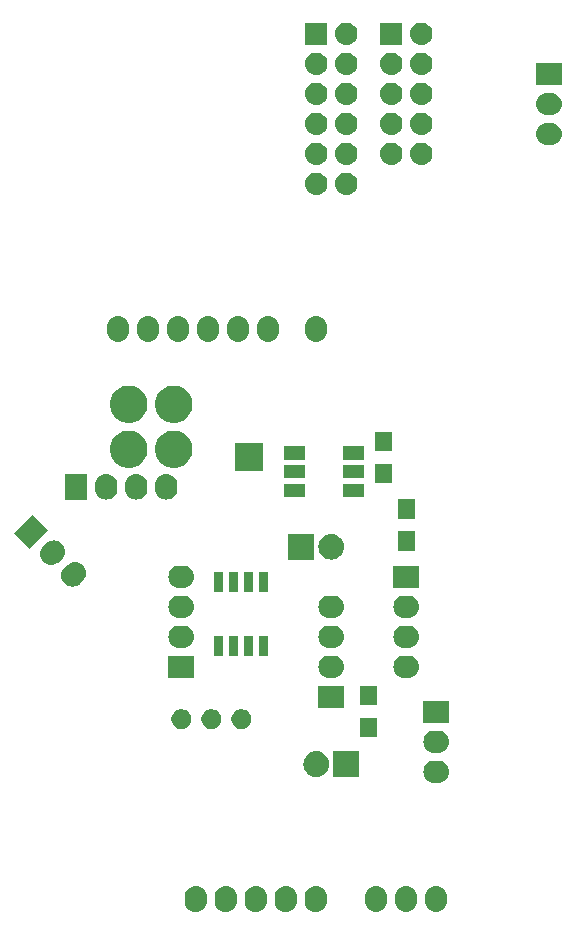
<source format=gts>
G04 #@! TF.GenerationSoftware,KiCad,Pcbnew,5.0.2+dfsg1-1~bpo9+1*
G04 #@! TF.CreationDate,2019-11-08T02:25:03-05:00*
G04 #@! TF.ProjectId,uno,756e6f2e-6b69-4636-9164-5f7063625858,v1.0*
G04 #@! TF.SameCoordinates,Original*
G04 #@! TF.FileFunction,Soldermask,Top*
G04 #@! TF.FilePolarity,Negative*
%FSLAX46Y46*%
G04 Gerber Fmt 4.6, Leading zero omitted, Abs format (unit mm)*
G04 Created by KiCad (PCBNEW 5.0.2+dfsg1-1~bpo9+1) date Fri 08 Nov 2019 02:25:03 AM EST*
%MOMM*%
%LPD*%
G01*
G04 APERTURE LIST*
%ADD10C,0.100000*%
G04 APERTURE END LIST*
D10*
G36*
X56013427Y-107506397D02*
X56013429Y-107506398D01*
X56013432Y-107506398D01*
X56190585Y-107560137D01*
X56343312Y-107641771D01*
X56353853Y-107647405D01*
X56496954Y-107764846D01*
X56614395Y-107907947D01*
X56614396Y-107907949D01*
X56701663Y-108071214D01*
X56755402Y-108248367D01*
X56755402Y-108248368D01*
X56755403Y-108248372D01*
X56769000Y-108386426D01*
X56769000Y-108783573D01*
X56755403Y-108921628D01*
X56755402Y-108921631D01*
X56755402Y-108921632D01*
X56701663Y-109098786D01*
X56620030Y-109251511D01*
X56614395Y-109262053D01*
X56496954Y-109405154D01*
X56353853Y-109522595D01*
X56353851Y-109522596D01*
X56190586Y-109609863D01*
X56013433Y-109663602D01*
X56013430Y-109663602D01*
X56013428Y-109663603D01*
X55829200Y-109681748D01*
X55644973Y-109663603D01*
X55644971Y-109663602D01*
X55644968Y-109663602D01*
X55467815Y-109609863D01*
X55304550Y-109522596D01*
X55304548Y-109522595D01*
X55161447Y-109405154D01*
X55044005Y-109262053D01*
X55038371Y-109251511D01*
X54956737Y-109098786D01*
X54902998Y-108921633D01*
X54902998Y-108921630D01*
X54902997Y-108921628D01*
X54889400Y-108783574D01*
X54889400Y-108386427D01*
X54902997Y-108248373D01*
X54902998Y-108248371D01*
X54902998Y-108248368D01*
X54956737Y-108071215D01*
X55044004Y-107907949D01*
X55044005Y-107907947D01*
X55161446Y-107764846D01*
X55304547Y-107647405D01*
X55315089Y-107641771D01*
X55467814Y-107560137D01*
X55644967Y-107506398D01*
X55644970Y-107506398D01*
X55644972Y-107506397D01*
X55829200Y-107488252D01*
X56013427Y-107506397D01*
X56013427Y-107506397D01*
G37*
G36*
X58553427Y-107506397D02*
X58553429Y-107506398D01*
X58553432Y-107506398D01*
X58730585Y-107560137D01*
X58883312Y-107641771D01*
X58893853Y-107647405D01*
X59036954Y-107764846D01*
X59154395Y-107907947D01*
X59154396Y-107907949D01*
X59241663Y-108071214D01*
X59295402Y-108248367D01*
X59295402Y-108248368D01*
X59295403Y-108248372D01*
X59309000Y-108386426D01*
X59309000Y-108783573D01*
X59295403Y-108921628D01*
X59295402Y-108921631D01*
X59295402Y-108921632D01*
X59241663Y-109098786D01*
X59160030Y-109251511D01*
X59154395Y-109262053D01*
X59036954Y-109405154D01*
X58893853Y-109522595D01*
X58893851Y-109522596D01*
X58730586Y-109609863D01*
X58553433Y-109663602D01*
X58553430Y-109663602D01*
X58553428Y-109663603D01*
X58369200Y-109681748D01*
X58184973Y-109663603D01*
X58184971Y-109663602D01*
X58184968Y-109663602D01*
X58007815Y-109609863D01*
X57844550Y-109522596D01*
X57844548Y-109522595D01*
X57701447Y-109405154D01*
X57584005Y-109262053D01*
X57578371Y-109251511D01*
X57496737Y-109098786D01*
X57442998Y-108921633D01*
X57442998Y-108921630D01*
X57442997Y-108921628D01*
X57429400Y-108783574D01*
X57429400Y-108386427D01*
X57442997Y-108248373D01*
X57442998Y-108248371D01*
X57442998Y-108248368D01*
X57496737Y-108071215D01*
X57584004Y-107907949D01*
X57584005Y-107907947D01*
X57701446Y-107764846D01*
X57844547Y-107647405D01*
X57855089Y-107641771D01*
X58007814Y-107560137D01*
X58184967Y-107506398D01*
X58184970Y-107506398D01*
X58184972Y-107506397D01*
X58369200Y-107488252D01*
X58553427Y-107506397D01*
X58553427Y-107506397D01*
G37*
G36*
X61093427Y-107506397D02*
X61093429Y-107506398D01*
X61093432Y-107506398D01*
X61270585Y-107560137D01*
X61423312Y-107641771D01*
X61433853Y-107647405D01*
X61576954Y-107764846D01*
X61694395Y-107907947D01*
X61694396Y-107907949D01*
X61781663Y-108071214D01*
X61835402Y-108248367D01*
X61835402Y-108248368D01*
X61835403Y-108248372D01*
X61849000Y-108386426D01*
X61849000Y-108783573D01*
X61835403Y-108921628D01*
X61835402Y-108921631D01*
X61835402Y-108921632D01*
X61781663Y-109098786D01*
X61700030Y-109251511D01*
X61694395Y-109262053D01*
X61576954Y-109405154D01*
X61433853Y-109522595D01*
X61433851Y-109522596D01*
X61270586Y-109609863D01*
X61093433Y-109663602D01*
X61093430Y-109663602D01*
X61093428Y-109663603D01*
X60909200Y-109681748D01*
X60724973Y-109663603D01*
X60724971Y-109663602D01*
X60724968Y-109663602D01*
X60547815Y-109609863D01*
X60384550Y-109522596D01*
X60384548Y-109522595D01*
X60241447Y-109405154D01*
X60124005Y-109262053D01*
X60118371Y-109251511D01*
X60036737Y-109098786D01*
X59982998Y-108921633D01*
X59982998Y-108921630D01*
X59982997Y-108921628D01*
X59969400Y-108783574D01*
X59969400Y-108386427D01*
X59982997Y-108248373D01*
X59982998Y-108248371D01*
X59982998Y-108248368D01*
X60036737Y-108071215D01*
X60124004Y-107907949D01*
X60124005Y-107907947D01*
X60241446Y-107764846D01*
X60384547Y-107647405D01*
X60395089Y-107641771D01*
X60547814Y-107560137D01*
X60724967Y-107506398D01*
X60724970Y-107506398D01*
X60724972Y-107506397D01*
X60909200Y-107488252D01*
X61093427Y-107506397D01*
X61093427Y-107506397D01*
G37*
G36*
X63633427Y-107506397D02*
X63633429Y-107506398D01*
X63633432Y-107506398D01*
X63810585Y-107560137D01*
X63963312Y-107641771D01*
X63973853Y-107647405D01*
X64116954Y-107764846D01*
X64234395Y-107907947D01*
X64234396Y-107907949D01*
X64321663Y-108071214D01*
X64375402Y-108248367D01*
X64375402Y-108248368D01*
X64375403Y-108248372D01*
X64389000Y-108386426D01*
X64389000Y-108783573D01*
X64375403Y-108921628D01*
X64375402Y-108921631D01*
X64375402Y-108921632D01*
X64321663Y-109098786D01*
X64240030Y-109251511D01*
X64234395Y-109262053D01*
X64116954Y-109405154D01*
X63973853Y-109522595D01*
X63973851Y-109522596D01*
X63810586Y-109609863D01*
X63633433Y-109663602D01*
X63633430Y-109663602D01*
X63633428Y-109663603D01*
X63449200Y-109681748D01*
X63264973Y-109663603D01*
X63264971Y-109663602D01*
X63264968Y-109663602D01*
X63087815Y-109609863D01*
X62924550Y-109522596D01*
X62924548Y-109522595D01*
X62781447Y-109405154D01*
X62664005Y-109262053D01*
X62658371Y-109251511D01*
X62576737Y-109098786D01*
X62522998Y-108921633D01*
X62522998Y-108921630D01*
X62522997Y-108921628D01*
X62509400Y-108783574D01*
X62509400Y-108386427D01*
X62522997Y-108248373D01*
X62522998Y-108248371D01*
X62522998Y-108248368D01*
X62576737Y-108071215D01*
X62664004Y-107907949D01*
X62664005Y-107907947D01*
X62781446Y-107764846D01*
X62924547Y-107647405D01*
X62935089Y-107641771D01*
X63087814Y-107560137D01*
X63264967Y-107506398D01*
X63264970Y-107506398D01*
X63264972Y-107506397D01*
X63449200Y-107488252D01*
X63633427Y-107506397D01*
X63633427Y-107506397D01*
G37*
G36*
X66173427Y-107506397D02*
X66173429Y-107506398D01*
X66173432Y-107506398D01*
X66350585Y-107560137D01*
X66503312Y-107641771D01*
X66513853Y-107647405D01*
X66656954Y-107764846D01*
X66774395Y-107907947D01*
X66774396Y-107907949D01*
X66861663Y-108071214D01*
X66915402Y-108248367D01*
X66915402Y-108248368D01*
X66915403Y-108248372D01*
X66929000Y-108386426D01*
X66929000Y-108783573D01*
X66915403Y-108921628D01*
X66915402Y-108921631D01*
X66915402Y-108921632D01*
X66861663Y-109098786D01*
X66780030Y-109251511D01*
X66774395Y-109262053D01*
X66656954Y-109405154D01*
X66513853Y-109522595D01*
X66513851Y-109522596D01*
X66350586Y-109609863D01*
X66173433Y-109663602D01*
X66173430Y-109663602D01*
X66173428Y-109663603D01*
X65989200Y-109681748D01*
X65804973Y-109663603D01*
X65804971Y-109663602D01*
X65804968Y-109663602D01*
X65627815Y-109609863D01*
X65464550Y-109522596D01*
X65464548Y-109522595D01*
X65321447Y-109405154D01*
X65204005Y-109262053D01*
X65198371Y-109251511D01*
X65116737Y-109098786D01*
X65062998Y-108921633D01*
X65062998Y-108921630D01*
X65062997Y-108921628D01*
X65049400Y-108783574D01*
X65049400Y-108386427D01*
X65062997Y-108248373D01*
X65062998Y-108248371D01*
X65062998Y-108248368D01*
X65116737Y-108071215D01*
X65204004Y-107907949D01*
X65204005Y-107907947D01*
X65321446Y-107764846D01*
X65464547Y-107647405D01*
X65475089Y-107641771D01*
X65627814Y-107560137D01*
X65804967Y-107506398D01*
X65804970Y-107506398D01*
X65804972Y-107506397D01*
X65989200Y-107488252D01*
X66173427Y-107506397D01*
X66173427Y-107506397D01*
G37*
G36*
X73818827Y-107506397D02*
X73818829Y-107506398D01*
X73818832Y-107506398D01*
X73995985Y-107560137D01*
X74148712Y-107641771D01*
X74159253Y-107647405D01*
X74302354Y-107764846D01*
X74419795Y-107907947D01*
X74419796Y-107907949D01*
X74507063Y-108071214D01*
X74560802Y-108248367D01*
X74560802Y-108248368D01*
X74560803Y-108248372D01*
X74574400Y-108386426D01*
X74574400Y-108783573D01*
X74560803Y-108921628D01*
X74560802Y-108921631D01*
X74560802Y-108921632D01*
X74507063Y-109098786D01*
X74425430Y-109251511D01*
X74419795Y-109262053D01*
X74302354Y-109405154D01*
X74159253Y-109522595D01*
X74159251Y-109522596D01*
X73995986Y-109609863D01*
X73818833Y-109663602D01*
X73818830Y-109663602D01*
X73818828Y-109663603D01*
X73634600Y-109681748D01*
X73450373Y-109663603D01*
X73450371Y-109663602D01*
X73450368Y-109663602D01*
X73273215Y-109609863D01*
X73109950Y-109522596D01*
X73109948Y-109522595D01*
X72966847Y-109405154D01*
X72849405Y-109262053D01*
X72843771Y-109251511D01*
X72762137Y-109098786D01*
X72708398Y-108921633D01*
X72708398Y-108921630D01*
X72708397Y-108921628D01*
X72694800Y-108783574D01*
X72694800Y-108386427D01*
X72708397Y-108248373D01*
X72708398Y-108248371D01*
X72708398Y-108248368D01*
X72762137Y-108071215D01*
X72849404Y-107907949D01*
X72849405Y-107907947D01*
X72966846Y-107764846D01*
X73109947Y-107647405D01*
X73120489Y-107641771D01*
X73273214Y-107560137D01*
X73450367Y-107506398D01*
X73450370Y-107506398D01*
X73450372Y-107506397D01*
X73634600Y-107488252D01*
X73818827Y-107506397D01*
X73818827Y-107506397D01*
G37*
G36*
X76358827Y-107506397D02*
X76358829Y-107506398D01*
X76358832Y-107506398D01*
X76535985Y-107560137D01*
X76688712Y-107641771D01*
X76699253Y-107647405D01*
X76842354Y-107764846D01*
X76959795Y-107907947D01*
X76959796Y-107907949D01*
X77047063Y-108071214D01*
X77100802Y-108248367D01*
X77100802Y-108248368D01*
X77100803Y-108248372D01*
X77114400Y-108386426D01*
X77114400Y-108783573D01*
X77100803Y-108921628D01*
X77100802Y-108921631D01*
X77100802Y-108921632D01*
X77047063Y-109098786D01*
X76965430Y-109251511D01*
X76959795Y-109262053D01*
X76842354Y-109405154D01*
X76699253Y-109522595D01*
X76699251Y-109522596D01*
X76535986Y-109609863D01*
X76358833Y-109663602D01*
X76358830Y-109663602D01*
X76358828Y-109663603D01*
X76174600Y-109681748D01*
X75990373Y-109663603D01*
X75990371Y-109663602D01*
X75990368Y-109663602D01*
X75813215Y-109609863D01*
X75649950Y-109522596D01*
X75649948Y-109522595D01*
X75506847Y-109405154D01*
X75389405Y-109262053D01*
X75383771Y-109251511D01*
X75302137Y-109098786D01*
X75248398Y-108921633D01*
X75248398Y-108921630D01*
X75248397Y-108921628D01*
X75234800Y-108783574D01*
X75234800Y-108386427D01*
X75248397Y-108248373D01*
X75248398Y-108248371D01*
X75248398Y-108248368D01*
X75302137Y-108071215D01*
X75389404Y-107907949D01*
X75389405Y-107907947D01*
X75506846Y-107764846D01*
X75649947Y-107647405D01*
X75660489Y-107641771D01*
X75813214Y-107560137D01*
X75990367Y-107506398D01*
X75990370Y-107506398D01*
X75990372Y-107506397D01*
X76174600Y-107488252D01*
X76358827Y-107506397D01*
X76358827Y-107506397D01*
G37*
G36*
X71278827Y-107506397D02*
X71278829Y-107506398D01*
X71278832Y-107506398D01*
X71455985Y-107560137D01*
X71608712Y-107641771D01*
X71619253Y-107647405D01*
X71762354Y-107764846D01*
X71879795Y-107907947D01*
X71879796Y-107907949D01*
X71967063Y-108071214D01*
X72020802Y-108248367D01*
X72020802Y-108248368D01*
X72020803Y-108248372D01*
X72034400Y-108386426D01*
X72034400Y-108783573D01*
X72020803Y-108921628D01*
X72020802Y-108921631D01*
X72020802Y-108921632D01*
X71967063Y-109098786D01*
X71885430Y-109251511D01*
X71879795Y-109262053D01*
X71762354Y-109405154D01*
X71619253Y-109522595D01*
X71619251Y-109522596D01*
X71455986Y-109609863D01*
X71278833Y-109663602D01*
X71278830Y-109663602D01*
X71278828Y-109663603D01*
X71094600Y-109681748D01*
X70910373Y-109663603D01*
X70910371Y-109663602D01*
X70910368Y-109663602D01*
X70733215Y-109609863D01*
X70569950Y-109522596D01*
X70569948Y-109522595D01*
X70426847Y-109405154D01*
X70309405Y-109262053D01*
X70303771Y-109251511D01*
X70222137Y-109098786D01*
X70168398Y-108921633D01*
X70168398Y-108921630D01*
X70168397Y-108921628D01*
X70154800Y-108783574D01*
X70154800Y-108386427D01*
X70168397Y-108248373D01*
X70168398Y-108248371D01*
X70168398Y-108248368D01*
X70222137Y-108071215D01*
X70309404Y-107907949D01*
X70309405Y-107907947D01*
X70426846Y-107764846D01*
X70569947Y-107647405D01*
X70580489Y-107641771D01*
X70733214Y-107560137D01*
X70910367Y-107506398D01*
X70910370Y-107506398D01*
X70910372Y-107506397D01*
X71094600Y-107488252D01*
X71278827Y-107506397D01*
X71278827Y-107506397D01*
G37*
G36*
X76536628Y-96863797D02*
X76536630Y-96863798D01*
X76536633Y-96863798D01*
X76713786Y-96917537D01*
X76866511Y-96999171D01*
X76877053Y-97004805D01*
X77020154Y-97122246D01*
X77137595Y-97265347D01*
X77137596Y-97265349D01*
X77224863Y-97428614D01*
X77278602Y-97605767D01*
X77278602Y-97605770D01*
X77278603Y-97605772D01*
X77296748Y-97790000D01*
X77278603Y-97974228D01*
X77278602Y-97974230D01*
X77278602Y-97974233D01*
X77224863Y-98151386D01*
X77182096Y-98231397D01*
X77137595Y-98314653D01*
X77020154Y-98457754D01*
X76877053Y-98575195D01*
X76877051Y-98575196D01*
X76713786Y-98662463D01*
X76536633Y-98716202D01*
X76536630Y-98716202D01*
X76536628Y-98716203D01*
X76398574Y-98729800D01*
X76001426Y-98729800D01*
X75863372Y-98716203D01*
X75863370Y-98716202D01*
X75863367Y-98716202D01*
X75686214Y-98662463D01*
X75522949Y-98575196D01*
X75522947Y-98575195D01*
X75379846Y-98457754D01*
X75262405Y-98314653D01*
X75217904Y-98231397D01*
X75175137Y-98151386D01*
X75121398Y-97974233D01*
X75121398Y-97974230D01*
X75121397Y-97974228D01*
X75103252Y-97790000D01*
X75121397Y-97605772D01*
X75121398Y-97605770D01*
X75121398Y-97605767D01*
X75175137Y-97428614D01*
X75262404Y-97265349D01*
X75262405Y-97265347D01*
X75379846Y-97122246D01*
X75522947Y-97004805D01*
X75533489Y-96999171D01*
X75686214Y-96917537D01*
X75863367Y-96863798D01*
X75863370Y-96863798D01*
X75863372Y-96863797D01*
X76001426Y-96850200D01*
X76398574Y-96850200D01*
X76536628Y-96863797D01*
X76536628Y-96863797D01*
G37*
G36*
X69672200Y-98247200D02*
X67487800Y-98247200D01*
X67487800Y-96062800D01*
X69672200Y-96062800D01*
X69672200Y-98247200D01*
X69672200Y-98247200D01*
G37*
G36*
X66254105Y-96078603D02*
X66254108Y-96078604D01*
X66254109Y-96078604D01*
X66459989Y-96141057D01*
X66628032Y-96230878D01*
X66649731Y-96242476D01*
X66816038Y-96378962D01*
X66952524Y-96545269D01*
X66952525Y-96545271D01*
X67053943Y-96735011D01*
X67109312Y-96917538D01*
X67116397Y-96940895D01*
X67137485Y-97155000D01*
X67116397Y-97369105D01*
X67116396Y-97369108D01*
X67116396Y-97369109D01*
X67053943Y-97574989D01*
X67037489Y-97605772D01*
X66952524Y-97764731D01*
X66816038Y-97931038D01*
X66649731Y-98067524D01*
X66649729Y-98067525D01*
X66459989Y-98168943D01*
X66254109Y-98231396D01*
X66254108Y-98231396D01*
X66254105Y-98231397D01*
X66093654Y-98247200D01*
X65986346Y-98247200D01*
X65825895Y-98231397D01*
X65825892Y-98231396D01*
X65825891Y-98231396D01*
X65620011Y-98168943D01*
X65430271Y-98067525D01*
X65430269Y-98067524D01*
X65263962Y-97931038D01*
X65127476Y-97764731D01*
X65042511Y-97605772D01*
X65026057Y-97574989D01*
X64963604Y-97369109D01*
X64963604Y-97369108D01*
X64963603Y-97369105D01*
X64942515Y-97155000D01*
X64963603Y-96940895D01*
X64970688Y-96917538D01*
X65026057Y-96735011D01*
X65127475Y-96545271D01*
X65127476Y-96545269D01*
X65263962Y-96378962D01*
X65430269Y-96242476D01*
X65451968Y-96230878D01*
X65620011Y-96141057D01*
X65825891Y-96078604D01*
X65825892Y-96078604D01*
X65825895Y-96078603D01*
X65986346Y-96062800D01*
X66093654Y-96062800D01*
X66254105Y-96078603D01*
X66254105Y-96078603D01*
G37*
G36*
X76536628Y-94323797D02*
X76536630Y-94323798D01*
X76536633Y-94323798D01*
X76713786Y-94377537D01*
X76866511Y-94459170D01*
X76877053Y-94464805D01*
X77020154Y-94582246D01*
X77137595Y-94725347D01*
X77137596Y-94725349D01*
X77224863Y-94888614D01*
X77278602Y-95065767D01*
X77278602Y-95065770D01*
X77278603Y-95065772D01*
X77296748Y-95250000D01*
X77278603Y-95434228D01*
X77278602Y-95434230D01*
X77278602Y-95434233D01*
X77224863Y-95611386D01*
X77143229Y-95764111D01*
X77137595Y-95774653D01*
X77020154Y-95917754D01*
X76877053Y-96035195D01*
X76877051Y-96035196D01*
X76713786Y-96122463D01*
X76536633Y-96176202D01*
X76536630Y-96176202D01*
X76536628Y-96176203D01*
X76398574Y-96189800D01*
X76001426Y-96189800D01*
X75863372Y-96176203D01*
X75863370Y-96176202D01*
X75863367Y-96176202D01*
X75686214Y-96122463D01*
X75522949Y-96035196D01*
X75522947Y-96035195D01*
X75379846Y-95917754D01*
X75262405Y-95774653D01*
X75256771Y-95764111D01*
X75175137Y-95611386D01*
X75121398Y-95434233D01*
X75121398Y-95434230D01*
X75121397Y-95434228D01*
X75103252Y-95250000D01*
X75121397Y-95065772D01*
X75121398Y-95065770D01*
X75121398Y-95065767D01*
X75175137Y-94888614D01*
X75262404Y-94725349D01*
X75262405Y-94725347D01*
X75379846Y-94582246D01*
X75522947Y-94464805D01*
X75533489Y-94459170D01*
X75686214Y-94377537D01*
X75863367Y-94323798D01*
X75863370Y-94323798D01*
X75863372Y-94323797D01*
X76001426Y-94310200D01*
X76398574Y-94310200D01*
X76536628Y-94323797D01*
X76536628Y-94323797D01*
G37*
G36*
X71211200Y-94886200D02*
X69758800Y-94886200D01*
X69758800Y-93233800D01*
X71211200Y-93233800D01*
X71211200Y-94886200D01*
X71211200Y-94886200D01*
G37*
G36*
X59934494Y-92539011D02*
X60087037Y-92602197D01*
X60224322Y-92693927D01*
X60341073Y-92810678D01*
X60432803Y-92947963D01*
X60495989Y-93100506D01*
X60528200Y-93262444D01*
X60528200Y-93427556D01*
X60495989Y-93589494D01*
X60432803Y-93742037D01*
X60341073Y-93879322D01*
X60224322Y-93996073D01*
X60087037Y-94087803D01*
X59934494Y-94150989D01*
X59772556Y-94183200D01*
X59607444Y-94183200D01*
X59445506Y-94150989D01*
X59292963Y-94087803D01*
X59155678Y-93996073D01*
X59038927Y-93879322D01*
X58947197Y-93742037D01*
X58884011Y-93589494D01*
X58851800Y-93427556D01*
X58851800Y-93262444D01*
X58884011Y-93100506D01*
X58947197Y-92947963D01*
X59038927Y-92810678D01*
X59155678Y-92693927D01*
X59292963Y-92602197D01*
X59445506Y-92539011D01*
X59607444Y-92506800D01*
X59772556Y-92506800D01*
X59934494Y-92539011D01*
X59934494Y-92539011D01*
G37*
G36*
X54854494Y-92539011D02*
X55007037Y-92602197D01*
X55144322Y-92693927D01*
X55261073Y-92810678D01*
X55352803Y-92947963D01*
X55415989Y-93100506D01*
X55448200Y-93262444D01*
X55448200Y-93427556D01*
X55415989Y-93589494D01*
X55352803Y-93742037D01*
X55261073Y-93879322D01*
X55144322Y-93996073D01*
X55007037Y-94087803D01*
X54854494Y-94150989D01*
X54692556Y-94183200D01*
X54527444Y-94183200D01*
X54365506Y-94150989D01*
X54212963Y-94087803D01*
X54075678Y-93996073D01*
X53958927Y-93879322D01*
X53867197Y-93742037D01*
X53804011Y-93589494D01*
X53771800Y-93427556D01*
X53771800Y-93262444D01*
X53804011Y-93100506D01*
X53867197Y-92947963D01*
X53958927Y-92810678D01*
X54075678Y-92693927D01*
X54212963Y-92602197D01*
X54365506Y-92539011D01*
X54527444Y-92506800D01*
X54692556Y-92506800D01*
X54854494Y-92539011D01*
X54854494Y-92539011D01*
G37*
G36*
X57394494Y-92539011D02*
X57547037Y-92602197D01*
X57684322Y-92693927D01*
X57801073Y-92810678D01*
X57892803Y-92947963D01*
X57955989Y-93100506D01*
X57988200Y-93262444D01*
X57988200Y-93427556D01*
X57955989Y-93589494D01*
X57892803Y-93742037D01*
X57801073Y-93879322D01*
X57684322Y-93996073D01*
X57547037Y-94087803D01*
X57394494Y-94150989D01*
X57232556Y-94183200D01*
X57067444Y-94183200D01*
X56905506Y-94150989D01*
X56752963Y-94087803D01*
X56615678Y-93996073D01*
X56498927Y-93879322D01*
X56407197Y-93742037D01*
X56344011Y-93589494D01*
X56311800Y-93427556D01*
X56311800Y-93262444D01*
X56344011Y-93100506D01*
X56407197Y-92947963D01*
X56498927Y-92810678D01*
X56615678Y-92693927D01*
X56752963Y-92602197D01*
X56905506Y-92539011D01*
X57067444Y-92506800D01*
X57232556Y-92506800D01*
X57394494Y-92539011D01*
X57394494Y-92539011D01*
G37*
G36*
X77292200Y-93649800D02*
X75107800Y-93649800D01*
X75107800Y-91770200D01*
X77292200Y-91770200D01*
X77292200Y-93649800D01*
X77292200Y-93649800D01*
G37*
G36*
X68402200Y-92379800D02*
X66217800Y-92379800D01*
X66217800Y-90500200D01*
X68402200Y-90500200D01*
X68402200Y-92379800D01*
X68402200Y-92379800D01*
G37*
G36*
X71211200Y-92186200D02*
X69758800Y-92186200D01*
X69758800Y-90533800D01*
X71211200Y-90533800D01*
X71211200Y-92186200D01*
X71211200Y-92186200D01*
G37*
G36*
X73996628Y-87973797D02*
X73996630Y-87973798D01*
X73996633Y-87973798D01*
X74173786Y-88027537D01*
X74326511Y-88109171D01*
X74337053Y-88114805D01*
X74480154Y-88232246D01*
X74597595Y-88375347D01*
X74597596Y-88375349D01*
X74684863Y-88538614D01*
X74738602Y-88715767D01*
X74738602Y-88715770D01*
X74738603Y-88715772D01*
X74756748Y-88900000D01*
X74738603Y-89084228D01*
X74738602Y-89084230D01*
X74738602Y-89084233D01*
X74684863Y-89261386D01*
X74603230Y-89414111D01*
X74597595Y-89424653D01*
X74480154Y-89567754D01*
X74337053Y-89685195D01*
X74337051Y-89685196D01*
X74173786Y-89772463D01*
X73996633Y-89826202D01*
X73996630Y-89826202D01*
X73996628Y-89826203D01*
X73858574Y-89839800D01*
X73461426Y-89839800D01*
X73323372Y-89826203D01*
X73323370Y-89826202D01*
X73323367Y-89826202D01*
X73146214Y-89772463D01*
X72982949Y-89685196D01*
X72982947Y-89685195D01*
X72839846Y-89567754D01*
X72722405Y-89424653D01*
X72716771Y-89414111D01*
X72635137Y-89261386D01*
X72581398Y-89084233D01*
X72581398Y-89084230D01*
X72581397Y-89084228D01*
X72563252Y-88900000D01*
X72581397Y-88715772D01*
X72581398Y-88715770D01*
X72581398Y-88715767D01*
X72635137Y-88538614D01*
X72722404Y-88375349D01*
X72722405Y-88375347D01*
X72839846Y-88232246D01*
X72982947Y-88114805D01*
X72993489Y-88109171D01*
X73146214Y-88027537D01*
X73323367Y-87973798D01*
X73323370Y-87973798D01*
X73323372Y-87973797D01*
X73461426Y-87960200D01*
X73858574Y-87960200D01*
X73996628Y-87973797D01*
X73996628Y-87973797D01*
G37*
G36*
X55702200Y-89839800D02*
X53517800Y-89839800D01*
X53517800Y-87960200D01*
X55702200Y-87960200D01*
X55702200Y-89839800D01*
X55702200Y-89839800D01*
G37*
G36*
X67646628Y-87973797D02*
X67646630Y-87973798D01*
X67646633Y-87973798D01*
X67823786Y-88027537D01*
X67976511Y-88109171D01*
X67987053Y-88114805D01*
X68130154Y-88232246D01*
X68247595Y-88375347D01*
X68247596Y-88375349D01*
X68334863Y-88538614D01*
X68388602Y-88715767D01*
X68388602Y-88715770D01*
X68388603Y-88715772D01*
X68406748Y-88900000D01*
X68388603Y-89084228D01*
X68388602Y-89084230D01*
X68388602Y-89084233D01*
X68334863Y-89261386D01*
X68253230Y-89414111D01*
X68247595Y-89424653D01*
X68130154Y-89567754D01*
X67987053Y-89685195D01*
X67987051Y-89685196D01*
X67823786Y-89772463D01*
X67646633Y-89826202D01*
X67646630Y-89826202D01*
X67646628Y-89826203D01*
X67508574Y-89839800D01*
X67111426Y-89839800D01*
X66973372Y-89826203D01*
X66973370Y-89826202D01*
X66973367Y-89826202D01*
X66796214Y-89772463D01*
X66632949Y-89685196D01*
X66632947Y-89685195D01*
X66489846Y-89567754D01*
X66372405Y-89424653D01*
X66366771Y-89414111D01*
X66285137Y-89261386D01*
X66231398Y-89084233D01*
X66231398Y-89084230D01*
X66231397Y-89084228D01*
X66213252Y-88900000D01*
X66231397Y-88715772D01*
X66231398Y-88715770D01*
X66231398Y-88715767D01*
X66285137Y-88538614D01*
X66372404Y-88375349D01*
X66372405Y-88375347D01*
X66489846Y-88232246D01*
X66632947Y-88114805D01*
X66643489Y-88109171D01*
X66796214Y-88027537D01*
X66973367Y-87973798D01*
X66973370Y-87973798D01*
X66973372Y-87973797D01*
X67111426Y-87960200D01*
X67508574Y-87960200D01*
X67646628Y-87973797D01*
X67646628Y-87973797D01*
G37*
G36*
X60701200Y-88006200D02*
X59948800Y-88006200D01*
X59948800Y-86303800D01*
X60701200Y-86303800D01*
X60701200Y-88006200D01*
X60701200Y-88006200D01*
G37*
G36*
X61971200Y-88006200D02*
X61218800Y-88006200D01*
X61218800Y-86303800D01*
X61971200Y-86303800D01*
X61971200Y-88006200D01*
X61971200Y-88006200D01*
G37*
G36*
X58161200Y-88006200D02*
X57408800Y-88006200D01*
X57408800Y-86303800D01*
X58161200Y-86303800D01*
X58161200Y-88006200D01*
X58161200Y-88006200D01*
G37*
G36*
X59431200Y-88006200D02*
X58678800Y-88006200D01*
X58678800Y-86303800D01*
X59431200Y-86303800D01*
X59431200Y-88006200D01*
X59431200Y-88006200D01*
G37*
G36*
X54946628Y-85433797D02*
X54946630Y-85433798D01*
X54946633Y-85433798D01*
X55123786Y-85487537D01*
X55276511Y-85569170D01*
X55287053Y-85574805D01*
X55430154Y-85692246D01*
X55547595Y-85835347D01*
X55547596Y-85835349D01*
X55634863Y-85998614D01*
X55688602Y-86175767D01*
X55688602Y-86175770D01*
X55688603Y-86175772D01*
X55706748Y-86360000D01*
X55688603Y-86544228D01*
X55688602Y-86544230D01*
X55688602Y-86544233D01*
X55634863Y-86721386D01*
X55553229Y-86874111D01*
X55547595Y-86884653D01*
X55430154Y-87027754D01*
X55287053Y-87145195D01*
X55287051Y-87145196D01*
X55123786Y-87232463D01*
X54946633Y-87286202D01*
X54946630Y-87286202D01*
X54946628Y-87286203D01*
X54808574Y-87299800D01*
X54411426Y-87299800D01*
X54273372Y-87286203D01*
X54273370Y-87286202D01*
X54273367Y-87286202D01*
X54096214Y-87232463D01*
X53932949Y-87145196D01*
X53932947Y-87145195D01*
X53789846Y-87027754D01*
X53672405Y-86884653D01*
X53666771Y-86874111D01*
X53585137Y-86721386D01*
X53531398Y-86544233D01*
X53531398Y-86544230D01*
X53531397Y-86544228D01*
X53513252Y-86360000D01*
X53531397Y-86175772D01*
X53531398Y-86175770D01*
X53531398Y-86175767D01*
X53585137Y-85998614D01*
X53672404Y-85835349D01*
X53672405Y-85835347D01*
X53789846Y-85692246D01*
X53932947Y-85574805D01*
X53943489Y-85569170D01*
X54096214Y-85487537D01*
X54273367Y-85433798D01*
X54273370Y-85433798D01*
X54273372Y-85433797D01*
X54411426Y-85420200D01*
X54808574Y-85420200D01*
X54946628Y-85433797D01*
X54946628Y-85433797D01*
G37*
G36*
X67646628Y-85433797D02*
X67646630Y-85433798D01*
X67646633Y-85433798D01*
X67823786Y-85487537D01*
X67976511Y-85569170D01*
X67987053Y-85574805D01*
X68130154Y-85692246D01*
X68247595Y-85835347D01*
X68247596Y-85835349D01*
X68334863Y-85998614D01*
X68388602Y-86175767D01*
X68388602Y-86175770D01*
X68388603Y-86175772D01*
X68406748Y-86360000D01*
X68388603Y-86544228D01*
X68388602Y-86544230D01*
X68388602Y-86544233D01*
X68334863Y-86721386D01*
X68253229Y-86874111D01*
X68247595Y-86884653D01*
X68130154Y-87027754D01*
X67987053Y-87145195D01*
X67987051Y-87145196D01*
X67823786Y-87232463D01*
X67646633Y-87286202D01*
X67646630Y-87286202D01*
X67646628Y-87286203D01*
X67508574Y-87299800D01*
X67111426Y-87299800D01*
X66973372Y-87286203D01*
X66973370Y-87286202D01*
X66973367Y-87286202D01*
X66796214Y-87232463D01*
X66632949Y-87145196D01*
X66632947Y-87145195D01*
X66489846Y-87027754D01*
X66372405Y-86884653D01*
X66366771Y-86874111D01*
X66285137Y-86721386D01*
X66231398Y-86544233D01*
X66231398Y-86544230D01*
X66231397Y-86544228D01*
X66213252Y-86360000D01*
X66231397Y-86175772D01*
X66231398Y-86175770D01*
X66231398Y-86175767D01*
X66285137Y-85998614D01*
X66372404Y-85835349D01*
X66372405Y-85835347D01*
X66489846Y-85692246D01*
X66632947Y-85574805D01*
X66643489Y-85569170D01*
X66796214Y-85487537D01*
X66973367Y-85433798D01*
X66973370Y-85433798D01*
X66973372Y-85433797D01*
X67111426Y-85420200D01*
X67508574Y-85420200D01*
X67646628Y-85433797D01*
X67646628Y-85433797D01*
G37*
G36*
X73996628Y-85433797D02*
X73996630Y-85433798D01*
X73996633Y-85433798D01*
X74173786Y-85487537D01*
X74326511Y-85569170D01*
X74337053Y-85574805D01*
X74480154Y-85692246D01*
X74597595Y-85835347D01*
X74597596Y-85835349D01*
X74684863Y-85998614D01*
X74738602Y-86175767D01*
X74738602Y-86175770D01*
X74738603Y-86175772D01*
X74756748Y-86360000D01*
X74738603Y-86544228D01*
X74738602Y-86544230D01*
X74738602Y-86544233D01*
X74684863Y-86721386D01*
X74603229Y-86874111D01*
X74597595Y-86884653D01*
X74480154Y-87027754D01*
X74337053Y-87145195D01*
X74337051Y-87145196D01*
X74173786Y-87232463D01*
X73996633Y-87286202D01*
X73996630Y-87286202D01*
X73996628Y-87286203D01*
X73858574Y-87299800D01*
X73461426Y-87299800D01*
X73323372Y-87286203D01*
X73323370Y-87286202D01*
X73323367Y-87286202D01*
X73146214Y-87232463D01*
X72982949Y-87145196D01*
X72982947Y-87145195D01*
X72839846Y-87027754D01*
X72722405Y-86884653D01*
X72716771Y-86874111D01*
X72635137Y-86721386D01*
X72581398Y-86544233D01*
X72581398Y-86544230D01*
X72581397Y-86544228D01*
X72563252Y-86360000D01*
X72581397Y-86175772D01*
X72581398Y-86175770D01*
X72581398Y-86175767D01*
X72635137Y-85998614D01*
X72722404Y-85835349D01*
X72722405Y-85835347D01*
X72839846Y-85692246D01*
X72982947Y-85574805D01*
X72993489Y-85569170D01*
X73146214Y-85487537D01*
X73323367Y-85433798D01*
X73323370Y-85433798D01*
X73323372Y-85433797D01*
X73461426Y-85420200D01*
X73858574Y-85420200D01*
X73996628Y-85433797D01*
X73996628Y-85433797D01*
G37*
G36*
X67646628Y-82893797D02*
X67646630Y-82893798D01*
X67646633Y-82893798D01*
X67823786Y-82947537D01*
X67976511Y-83029171D01*
X67987053Y-83034805D01*
X68130154Y-83152246D01*
X68247595Y-83295347D01*
X68247596Y-83295349D01*
X68334863Y-83458614D01*
X68388602Y-83635767D01*
X68388602Y-83635770D01*
X68388603Y-83635772D01*
X68406748Y-83820000D01*
X68388603Y-84004228D01*
X68388602Y-84004230D01*
X68388602Y-84004233D01*
X68334863Y-84181386D01*
X68253230Y-84334111D01*
X68247595Y-84344653D01*
X68130154Y-84487754D01*
X67987053Y-84605195D01*
X67987051Y-84605196D01*
X67823786Y-84692463D01*
X67646633Y-84746202D01*
X67646630Y-84746202D01*
X67646628Y-84746203D01*
X67508574Y-84759800D01*
X67111426Y-84759800D01*
X66973372Y-84746203D01*
X66973370Y-84746202D01*
X66973367Y-84746202D01*
X66796214Y-84692463D01*
X66632949Y-84605196D01*
X66632947Y-84605195D01*
X66489846Y-84487754D01*
X66372405Y-84344653D01*
X66366770Y-84334111D01*
X66285137Y-84181386D01*
X66231398Y-84004233D01*
X66231398Y-84004230D01*
X66231397Y-84004228D01*
X66213252Y-83820000D01*
X66231397Y-83635772D01*
X66231398Y-83635770D01*
X66231398Y-83635767D01*
X66285137Y-83458614D01*
X66372404Y-83295349D01*
X66372405Y-83295347D01*
X66489846Y-83152246D01*
X66632947Y-83034805D01*
X66643489Y-83029171D01*
X66796214Y-82947537D01*
X66973367Y-82893798D01*
X66973370Y-82893798D01*
X66973372Y-82893797D01*
X67111426Y-82880200D01*
X67508574Y-82880200D01*
X67646628Y-82893797D01*
X67646628Y-82893797D01*
G37*
G36*
X54946628Y-82893797D02*
X54946630Y-82893798D01*
X54946633Y-82893798D01*
X55123786Y-82947537D01*
X55276511Y-83029171D01*
X55287053Y-83034805D01*
X55430154Y-83152246D01*
X55547595Y-83295347D01*
X55547596Y-83295349D01*
X55634863Y-83458614D01*
X55688602Y-83635767D01*
X55688602Y-83635770D01*
X55688603Y-83635772D01*
X55706748Y-83820000D01*
X55688603Y-84004228D01*
X55688602Y-84004230D01*
X55688602Y-84004233D01*
X55634863Y-84181386D01*
X55553230Y-84334111D01*
X55547595Y-84344653D01*
X55430154Y-84487754D01*
X55287053Y-84605195D01*
X55287051Y-84605196D01*
X55123786Y-84692463D01*
X54946633Y-84746202D01*
X54946630Y-84746202D01*
X54946628Y-84746203D01*
X54808574Y-84759800D01*
X54411426Y-84759800D01*
X54273372Y-84746203D01*
X54273370Y-84746202D01*
X54273367Y-84746202D01*
X54096214Y-84692463D01*
X53932949Y-84605196D01*
X53932947Y-84605195D01*
X53789846Y-84487754D01*
X53672405Y-84344653D01*
X53666770Y-84334111D01*
X53585137Y-84181386D01*
X53531398Y-84004233D01*
X53531398Y-84004230D01*
X53531397Y-84004228D01*
X53513252Y-83820000D01*
X53531397Y-83635772D01*
X53531398Y-83635770D01*
X53531398Y-83635767D01*
X53585137Y-83458614D01*
X53672404Y-83295349D01*
X53672405Y-83295347D01*
X53789846Y-83152246D01*
X53932947Y-83034805D01*
X53943489Y-83029171D01*
X54096214Y-82947537D01*
X54273367Y-82893798D01*
X54273370Y-82893798D01*
X54273372Y-82893797D01*
X54411426Y-82880200D01*
X54808574Y-82880200D01*
X54946628Y-82893797D01*
X54946628Y-82893797D01*
G37*
G36*
X73996628Y-82893797D02*
X73996630Y-82893798D01*
X73996633Y-82893798D01*
X74173786Y-82947537D01*
X74326511Y-83029171D01*
X74337053Y-83034805D01*
X74480154Y-83152246D01*
X74597595Y-83295347D01*
X74597596Y-83295349D01*
X74684863Y-83458614D01*
X74738602Y-83635767D01*
X74738602Y-83635770D01*
X74738603Y-83635772D01*
X74756748Y-83820000D01*
X74738603Y-84004228D01*
X74738602Y-84004230D01*
X74738602Y-84004233D01*
X74684863Y-84181386D01*
X74603230Y-84334111D01*
X74597595Y-84344653D01*
X74480154Y-84487754D01*
X74337053Y-84605195D01*
X74337051Y-84605196D01*
X74173786Y-84692463D01*
X73996633Y-84746202D01*
X73996630Y-84746202D01*
X73996628Y-84746203D01*
X73858574Y-84759800D01*
X73461426Y-84759800D01*
X73323372Y-84746203D01*
X73323370Y-84746202D01*
X73323367Y-84746202D01*
X73146214Y-84692463D01*
X72982949Y-84605196D01*
X72982947Y-84605195D01*
X72839846Y-84487754D01*
X72722405Y-84344653D01*
X72716770Y-84334111D01*
X72635137Y-84181386D01*
X72581398Y-84004233D01*
X72581398Y-84004230D01*
X72581397Y-84004228D01*
X72563252Y-83820000D01*
X72581397Y-83635772D01*
X72581398Y-83635770D01*
X72581398Y-83635767D01*
X72635137Y-83458614D01*
X72722404Y-83295349D01*
X72722405Y-83295347D01*
X72839846Y-83152246D01*
X72982947Y-83034805D01*
X72993489Y-83029171D01*
X73146214Y-82947537D01*
X73323367Y-82893798D01*
X73323370Y-82893798D01*
X73323372Y-82893797D01*
X73461426Y-82880200D01*
X73858574Y-82880200D01*
X73996628Y-82893797D01*
X73996628Y-82893797D01*
G37*
G36*
X58161200Y-82606200D02*
X57408800Y-82606200D01*
X57408800Y-80903800D01*
X58161200Y-80903800D01*
X58161200Y-82606200D01*
X58161200Y-82606200D01*
G37*
G36*
X59431200Y-82606200D02*
X58678800Y-82606200D01*
X58678800Y-80903800D01*
X59431200Y-80903800D01*
X59431200Y-82606200D01*
X59431200Y-82606200D01*
G37*
G36*
X60701200Y-82606200D02*
X59948800Y-82606200D01*
X59948800Y-80903800D01*
X60701200Y-80903800D01*
X60701200Y-82606200D01*
X60701200Y-82606200D01*
G37*
G36*
X61971200Y-82606200D02*
X61218800Y-82606200D01*
X61218800Y-80903800D01*
X61971200Y-80903800D01*
X61971200Y-82606200D01*
X61971200Y-82606200D01*
G37*
G36*
X74752200Y-82219800D02*
X72567800Y-82219800D01*
X72567800Y-80340200D01*
X74752200Y-80340200D01*
X74752200Y-82219800D01*
X74752200Y-82219800D01*
G37*
G36*
X54946628Y-80353797D02*
X54946630Y-80353798D01*
X54946633Y-80353798D01*
X55123786Y-80407537D01*
X55276511Y-80489170D01*
X55287053Y-80494805D01*
X55430154Y-80612246D01*
X55547595Y-80755347D01*
X55547596Y-80755349D01*
X55634863Y-80918614D01*
X55688602Y-81095767D01*
X55688602Y-81095770D01*
X55688603Y-81095772D01*
X55706748Y-81280000D01*
X55688603Y-81464228D01*
X55688602Y-81464230D01*
X55688602Y-81464233D01*
X55634863Y-81641386D01*
X55553229Y-81794111D01*
X55547595Y-81804653D01*
X55430154Y-81947754D01*
X55287053Y-82065195D01*
X55287051Y-82065196D01*
X55123786Y-82152463D01*
X54946633Y-82206202D01*
X54946630Y-82206202D01*
X54946628Y-82206203D01*
X54808574Y-82219800D01*
X54411426Y-82219800D01*
X54273372Y-82206203D01*
X54273370Y-82206202D01*
X54273367Y-82206202D01*
X54096214Y-82152463D01*
X53932949Y-82065196D01*
X53932947Y-82065195D01*
X53789846Y-81947754D01*
X53672405Y-81804653D01*
X53666771Y-81794111D01*
X53585137Y-81641386D01*
X53531398Y-81464233D01*
X53531398Y-81464230D01*
X53531397Y-81464228D01*
X53513252Y-81280000D01*
X53531397Y-81095772D01*
X53531398Y-81095770D01*
X53531398Y-81095767D01*
X53585137Y-80918614D01*
X53672404Y-80755349D01*
X53672405Y-80755347D01*
X53789846Y-80612246D01*
X53932947Y-80494805D01*
X53943489Y-80489170D01*
X54096214Y-80407537D01*
X54273367Y-80353798D01*
X54273370Y-80353798D01*
X54273372Y-80353797D01*
X54411426Y-80340200D01*
X54808574Y-80340200D01*
X54946628Y-80353797D01*
X54946628Y-80353797D01*
G37*
G36*
X45794097Y-80028137D02*
X45858710Y-80047738D01*
X45971251Y-80081876D01*
X46134516Y-80169143D01*
X46277619Y-80286585D01*
X46395061Y-80429688D01*
X46482328Y-80592953D01*
X46516466Y-80705494D01*
X46536067Y-80770107D01*
X46554212Y-80954339D01*
X46536067Y-81138572D01*
X46507932Y-81231319D01*
X46482328Y-81315724D01*
X46395061Y-81478990D01*
X46395060Y-81478991D01*
X46307051Y-81586230D01*
X46026230Y-81867051D01*
X45931494Y-81944799D01*
X45918990Y-81955061D01*
X45755725Y-82042327D01*
X45578572Y-82096066D01*
X45578569Y-82096066D01*
X45578567Y-82096067D01*
X45394339Y-82114212D01*
X45210111Y-82096067D01*
X45210109Y-82096066D01*
X45210106Y-82096066D01*
X45032953Y-82042327D01*
X44869688Y-81955061D01*
X44726585Y-81837619D01*
X44609143Y-81694516D01*
X44521877Y-81531251D01*
X44468138Y-81354098D01*
X44468138Y-81354095D01*
X44468137Y-81354093D01*
X44449992Y-81169865D01*
X44468137Y-80985637D01*
X44468138Y-80985635D01*
X44468138Y-80985632D01*
X44521877Y-80808479D01*
X44609143Y-80645214D01*
X44619405Y-80632710D01*
X44697153Y-80537974D01*
X44977974Y-80257153D01*
X45085213Y-80169144D01*
X45085212Y-80169144D01*
X45085214Y-80169143D01*
X45248480Y-80081876D01*
X45332885Y-80056272D01*
X45425632Y-80028137D01*
X45609865Y-80009992D01*
X45794097Y-80028137D01*
X45794097Y-80028137D01*
G37*
G36*
X43998046Y-78232086D02*
X44062659Y-78251687D01*
X44175200Y-78285825D01*
X44338465Y-78373092D01*
X44481568Y-78490534D01*
X44599010Y-78633637D01*
X44686277Y-78796902D01*
X44719626Y-78906841D01*
X44740016Y-78974056D01*
X44758161Y-79158288D01*
X44740016Y-79342521D01*
X44711881Y-79435268D01*
X44686277Y-79519673D01*
X44599010Y-79682939D01*
X44599009Y-79682940D01*
X44511000Y-79790179D01*
X44230179Y-80071000D01*
X44135443Y-80148748D01*
X44122939Y-80159010D01*
X43959674Y-80246276D01*
X43782521Y-80300015D01*
X43782518Y-80300015D01*
X43782516Y-80300016D01*
X43598288Y-80318161D01*
X43414060Y-80300016D01*
X43414058Y-80300015D01*
X43414055Y-80300015D01*
X43236902Y-80246276D01*
X43073637Y-80159010D01*
X42930534Y-80041568D01*
X42813092Y-79898465D01*
X42725826Y-79735200D01*
X42672087Y-79558047D01*
X42672087Y-79558044D01*
X42672086Y-79558042D01*
X42653941Y-79373814D01*
X42672086Y-79189586D01*
X42672087Y-79189584D01*
X42672087Y-79189581D01*
X42725826Y-79012428D01*
X42813092Y-78849163D01*
X42855982Y-78796902D01*
X42901102Y-78741923D01*
X43181923Y-78461102D01*
X43289162Y-78373093D01*
X43289161Y-78373093D01*
X43289163Y-78373092D01*
X43452429Y-78285825D01*
X43536834Y-78260221D01*
X43629581Y-78232086D01*
X43813814Y-78213941D01*
X43998046Y-78232086D01*
X43998046Y-78232086D01*
G37*
G36*
X65862200Y-79832200D02*
X63677800Y-79832200D01*
X63677800Y-77647800D01*
X65862200Y-77647800D01*
X65862200Y-79832200D01*
X65862200Y-79832200D01*
G37*
G36*
X67524105Y-77663603D02*
X67524108Y-77663604D01*
X67524109Y-77663604D01*
X67729989Y-77726057D01*
X67898032Y-77815878D01*
X67919731Y-77827476D01*
X68086038Y-77963962D01*
X68222524Y-78130269D01*
X68222525Y-78130271D01*
X68323943Y-78320011D01*
X68386396Y-78525891D01*
X68386397Y-78525895D01*
X68407485Y-78740000D01*
X68386397Y-78954105D01*
X68386396Y-78954108D01*
X68386396Y-78954109D01*
X68323943Y-79159989D01*
X68308123Y-79189586D01*
X68222524Y-79349731D01*
X68086038Y-79516038D01*
X67919731Y-79652524D01*
X67919729Y-79652525D01*
X67729989Y-79753943D01*
X67524109Y-79816396D01*
X67524108Y-79816396D01*
X67524105Y-79816397D01*
X67363654Y-79832200D01*
X67256346Y-79832200D01*
X67095895Y-79816397D01*
X67095892Y-79816396D01*
X67095891Y-79816396D01*
X66890011Y-79753943D01*
X66700271Y-79652525D01*
X66700269Y-79652524D01*
X66533962Y-79516038D01*
X66397476Y-79349731D01*
X66311877Y-79189586D01*
X66296057Y-79159989D01*
X66233604Y-78954109D01*
X66233604Y-78954108D01*
X66233603Y-78954105D01*
X66212515Y-78740000D01*
X66233603Y-78525895D01*
X66233604Y-78525891D01*
X66296057Y-78320011D01*
X66397475Y-78130271D01*
X66397476Y-78130269D01*
X66533962Y-77963962D01*
X66700269Y-77827476D01*
X66721968Y-77815878D01*
X66890011Y-77726057D01*
X67095891Y-77663604D01*
X67095892Y-77663604D01*
X67095895Y-77663603D01*
X67256346Y-77647800D01*
X67363654Y-77647800D01*
X67524105Y-77663603D01*
X67524105Y-77663603D01*
G37*
G36*
X74386200Y-79091200D02*
X72933800Y-79091200D01*
X72933800Y-77438800D01*
X74386200Y-77438800D01*
X74386200Y-79091200D01*
X74386200Y-79091200D01*
G37*
G36*
X43346841Y-77362237D02*
X41802237Y-78906841D01*
X40473159Y-77577763D01*
X42017763Y-76033159D01*
X43346841Y-77362237D01*
X43346841Y-77362237D01*
G37*
G36*
X74386200Y-76391200D02*
X72933800Y-76391200D01*
X72933800Y-74738800D01*
X74386200Y-74738800D01*
X74386200Y-76391200D01*
X74386200Y-76391200D01*
G37*
G36*
X53524227Y-72581397D02*
X53524229Y-72581398D01*
X53524232Y-72581398D01*
X53701385Y-72635137D01*
X53854112Y-72716771D01*
X53864653Y-72722405D01*
X54007754Y-72839846D01*
X54125195Y-72982947D01*
X54125196Y-72982949D01*
X54212463Y-73146214D01*
X54266202Y-73323367D01*
X54266202Y-73323368D01*
X54266203Y-73323372D01*
X54279800Y-73461426D01*
X54279800Y-73858573D01*
X54266203Y-73996628D01*
X54266202Y-73996631D01*
X54266202Y-73996632D01*
X54212463Y-74173786D01*
X54130829Y-74326511D01*
X54125195Y-74337053D01*
X54007754Y-74480154D01*
X53864653Y-74597595D01*
X53864651Y-74597596D01*
X53701386Y-74684863D01*
X53524233Y-74738602D01*
X53524230Y-74738602D01*
X53524228Y-74738603D01*
X53340000Y-74756748D01*
X53155773Y-74738603D01*
X53155771Y-74738602D01*
X53155768Y-74738602D01*
X52978615Y-74684863D01*
X52815350Y-74597596D01*
X52815348Y-74597595D01*
X52672247Y-74480154D01*
X52554805Y-74337053D01*
X52549170Y-74326511D01*
X52467537Y-74173786D01*
X52413798Y-73996633D01*
X52413798Y-73996630D01*
X52413797Y-73996628D01*
X52400200Y-73858574D01*
X52400200Y-73461427D01*
X52413797Y-73323373D01*
X52413798Y-73323371D01*
X52413798Y-73323368D01*
X52467537Y-73146215D01*
X52554804Y-72982949D01*
X52554805Y-72982947D01*
X52672246Y-72839846D01*
X52815347Y-72722405D01*
X52825889Y-72716771D01*
X52978614Y-72635137D01*
X53155767Y-72581398D01*
X53155770Y-72581398D01*
X53155772Y-72581397D01*
X53340000Y-72563252D01*
X53524227Y-72581397D01*
X53524227Y-72581397D01*
G37*
G36*
X48444227Y-72581397D02*
X48444229Y-72581398D01*
X48444232Y-72581398D01*
X48621385Y-72635137D01*
X48774112Y-72716771D01*
X48784653Y-72722405D01*
X48927754Y-72839846D01*
X49045195Y-72982947D01*
X49045196Y-72982949D01*
X49132463Y-73146214D01*
X49186202Y-73323367D01*
X49186202Y-73323368D01*
X49186203Y-73323372D01*
X49199800Y-73461426D01*
X49199800Y-73858573D01*
X49186203Y-73996628D01*
X49186202Y-73996631D01*
X49186202Y-73996632D01*
X49132463Y-74173786D01*
X49050829Y-74326511D01*
X49045195Y-74337053D01*
X48927754Y-74480154D01*
X48784653Y-74597595D01*
X48784651Y-74597596D01*
X48621386Y-74684863D01*
X48444233Y-74738602D01*
X48444230Y-74738602D01*
X48444228Y-74738603D01*
X48260000Y-74756748D01*
X48075773Y-74738603D01*
X48075771Y-74738602D01*
X48075768Y-74738602D01*
X47898615Y-74684863D01*
X47735350Y-74597596D01*
X47735348Y-74597595D01*
X47592247Y-74480154D01*
X47474805Y-74337053D01*
X47469170Y-74326511D01*
X47387537Y-74173786D01*
X47333798Y-73996633D01*
X47333798Y-73996630D01*
X47333797Y-73996628D01*
X47320200Y-73858574D01*
X47320200Y-73461427D01*
X47333797Y-73323373D01*
X47333798Y-73323371D01*
X47333798Y-73323368D01*
X47387537Y-73146215D01*
X47474804Y-72982949D01*
X47474805Y-72982947D01*
X47592246Y-72839846D01*
X47735347Y-72722405D01*
X47745889Y-72716771D01*
X47898614Y-72635137D01*
X48075767Y-72581398D01*
X48075770Y-72581398D01*
X48075772Y-72581397D01*
X48260000Y-72563252D01*
X48444227Y-72581397D01*
X48444227Y-72581397D01*
G37*
G36*
X50984227Y-72581397D02*
X50984229Y-72581398D01*
X50984232Y-72581398D01*
X51161385Y-72635137D01*
X51314112Y-72716771D01*
X51324653Y-72722405D01*
X51467754Y-72839846D01*
X51585195Y-72982947D01*
X51585196Y-72982949D01*
X51672463Y-73146214D01*
X51726202Y-73323367D01*
X51726202Y-73323368D01*
X51726203Y-73323372D01*
X51739800Y-73461426D01*
X51739800Y-73858573D01*
X51726203Y-73996628D01*
X51726202Y-73996631D01*
X51726202Y-73996632D01*
X51672463Y-74173786D01*
X51590829Y-74326511D01*
X51585195Y-74337053D01*
X51467754Y-74480154D01*
X51324653Y-74597595D01*
X51324651Y-74597596D01*
X51161386Y-74684863D01*
X50984233Y-74738602D01*
X50984230Y-74738602D01*
X50984228Y-74738603D01*
X50800000Y-74756748D01*
X50615773Y-74738603D01*
X50615771Y-74738602D01*
X50615768Y-74738602D01*
X50438615Y-74684863D01*
X50275350Y-74597596D01*
X50275348Y-74597595D01*
X50132247Y-74480154D01*
X50014805Y-74337053D01*
X50009170Y-74326511D01*
X49927537Y-74173786D01*
X49873798Y-73996633D01*
X49873798Y-73996630D01*
X49873797Y-73996628D01*
X49860200Y-73858574D01*
X49860200Y-73461427D01*
X49873797Y-73323373D01*
X49873798Y-73323371D01*
X49873798Y-73323368D01*
X49927537Y-73146215D01*
X50014804Y-72982949D01*
X50014805Y-72982947D01*
X50132246Y-72839846D01*
X50275347Y-72722405D01*
X50285889Y-72716771D01*
X50438614Y-72635137D01*
X50615767Y-72581398D01*
X50615770Y-72581398D01*
X50615772Y-72581397D01*
X50800000Y-72563252D01*
X50984227Y-72581397D01*
X50984227Y-72581397D01*
G37*
G36*
X46659800Y-74752200D02*
X44780200Y-74752200D01*
X44780200Y-72567800D01*
X46659800Y-72567800D01*
X46659800Y-74752200D01*
X46659800Y-74752200D01*
G37*
G36*
X70051200Y-74566200D02*
X68298800Y-74566200D01*
X68298800Y-73413800D01*
X70051200Y-73413800D01*
X70051200Y-74566200D01*
X70051200Y-74566200D01*
G37*
G36*
X65051200Y-74566200D02*
X63298800Y-74566200D01*
X63298800Y-73413800D01*
X65051200Y-73413800D01*
X65051200Y-74566200D01*
X65051200Y-74566200D01*
G37*
G36*
X72481200Y-73376200D02*
X71028800Y-73376200D01*
X71028800Y-71723800D01*
X72481200Y-71723800D01*
X72481200Y-73376200D01*
X72481200Y-73376200D01*
G37*
G36*
X70051200Y-72966200D02*
X68298800Y-72966200D01*
X68298800Y-71813800D01*
X70051200Y-71813800D01*
X70051200Y-72966200D01*
X70051200Y-72966200D01*
G37*
G36*
X65051200Y-72966200D02*
X63298800Y-72966200D01*
X63298800Y-71813800D01*
X65051200Y-71813800D01*
X65051200Y-72966200D01*
X65051200Y-72966200D01*
G37*
G36*
X61518800Y-72313800D02*
X59131200Y-72313800D01*
X59131200Y-69926200D01*
X61518800Y-69926200D01*
X61518800Y-72313800D01*
X61518800Y-72313800D01*
G37*
G36*
X54434724Y-68969497D02*
X54721547Y-69088303D01*
X54979687Y-69260787D01*
X55199213Y-69480313D01*
X55371697Y-69738453D01*
X55490503Y-70025276D01*
X55551070Y-70329770D01*
X55551070Y-70640230D01*
X55490503Y-70944724D01*
X55371697Y-71231547D01*
X55199213Y-71489687D01*
X54979687Y-71709213D01*
X54721547Y-71881697D01*
X54434724Y-72000503D01*
X54130230Y-72061070D01*
X53819770Y-72061070D01*
X53515276Y-72000503D01*
X53228453Y-71881697D01*
X52970313Y-71709213D01*
X52750787Y-71489687D01*
X52578303Y-71231547D01*
X52459497Y-70944724D01*
X52398930Y-70640230D01*
X52398930Y-70329770D01*
X52459497Y-70025276D01*
X52578303Y-69738453D01*
X52750787Y-69480313D01*
X52970313Y-69260787D01*
X53228453Y-69088303D01*
X53515276Y-68969497D01*
X53819770Y-68908930D01*
X54130230Y-68908930D01*
X54434724Y-68969497D01*
X54434724Y-68969497D01*
G37*
G36*
X50624724Y-68969497D02*
X50911547Y-69088303D01*
X51169687Y-69260787D01*
X51389213Y-69480313D01*
X51561697Y-69738453D01*
X51680503Y-70025276D01*
X51741070Y-70329770D01*
X51741070Y-70640230D01*
X51680503Y-70944724D01*
X51561697Y-71231547D01*
X51389213Y-71489687D01*
X51169687Y-71709213D01*
X50911547Y-71881697D01*
X50624724Y-72000503D01*
X50320230Y-72061070D01*
X50009770Y-72061070D01*
X49705276Y-72000503D01*
X49418453Y-71881697D01*
X49160313Y-71709213D01*
X48940787Y-71489687D01*
X48768303Y-71231547D01*
X48649497Y-70944724D01*
X48588930Y-70640230D01*
X48588930Y-70329770D01*
X48649497Y-70025276D01*
X48768303Y-69738453D01*
X48940787Y-69480313D01*
X49160313Y-69260787D01*
X49418453Y-69088303D01*
X49705276Y-68969497D01*
X50009770Y-68908930D01*
X50320230Y-68908930D01*
X50624724Y-68969497D01*
X50624724Y-68969497D01*
G37*
G36*
X70051200Y-71366200D02*
X68298800Y-71366200D01*
X68298800Y-70213800D01*
X70051200Y-70213800D01*
X70051200Y-71366200D01*
X70051200Y-71366200D01*
G37*
G36*
X65051200Y-71366200D02*
X63298800Y-71366200D01*
X63298800Y-70213800D01*
X65051200Y-70213800D01*
X65051200Y-71366200D01*
X65051200Y-71366200D01*
G37*
G36*
X72481200Y-70676200D02*
X71028800Y-70676200D01*
X71028800Y-69023800D01*
X72481200Y-69023800D01*
X72481200Y-70676200D01*
X72481200Y-70676200D01*
G37*
G36*
X54434724Y-65159497D02*
X54721547Y-65278303D01*
X54979687Y-65450787D01*
X55199213Y-65670313D01*
X55371697Y-65928453D01*
X55490503Y-66215276D01*
X55551070Y-66519770D01*
X55551070Y-66830230D01*
X55490503Y-67134724D01*
X55371697Y-67421547D01*
X55199213Y-67679687D01*
X54979687Y-67899213D01*
X54721547Y-68071697D01*
X54434724Y-68190503D01*
X54130230Y-68251070D01*
X53819770Y-68251070D01*
X53515276Y-68190503D01*
X53228453Y-68071697D01*
X52970313Y-67899213D01*
X52750787Y-67679687D01*
X52578303Y-67421547D01*
X52459497Y-67134724D01*
X52398930Y-66830230D01*
X52398930Y-66519770D01*
X52459497Y-66215276D01*
X52578303Y-65928453D01*
X52750787Y-65670313D01*
X52970313Y-65450787D01*
X53228453Y-65278303D01*
X53515276Y-65159497D01*
X53819770Y-65098930D01*
X54130230Y-65098930D01*
X54434724Y-65159497D01*
X54434724Y-65159497D01*
G37*
G36*
X50624724Y-65159497D02*
X50911547Y-65278303D01*
X51169687Y-65450787D01*
X51389213Y-65670313D01*
X51561697Y-65928453D01*
X51680503Y-66215276D01*
X51741070Y-66519770D01*
X51741070Y-66830230D01*
X51680503Y-67134724D01*
X51561697Y-67421547D01*
X51389213Y-67679687D01*
X51169687Y-67899213D01*
X50911547Y-68071697D01*
X50624724Y-68190503D01*
X50320230Y-68251070D01*
X50009770Y-68251070D01*
X49705276Y-68190503D01*
X49418453Y-68071697D01*
X49160313Y-67899213D01*
X48940787Y-67679687D01*
X48768303Y-67421547D01*
X48649497Y-67134724D01*
X48588930Y-66830230D01*
X48588930Y-66519770D01*
X48649497Y-66215276D01*
X48768303Y-65928453D01*
X48940787Y-65670313D01*
X49160313Y-65450787D01*
X49418453Y-65278303D01*
X49705276Y-65159497D01*
X50009770Y-65098930D01*
X50320230Y-65098930D01*
X50624724Y-65159497D01*
X50624724Y-65159497D01*
G37*
G36*
X57054827Y-59246397D02*
X57054829Y-59246398D01*
X57054832Y-59246398D01*
X57231985Y-59300137D01*
X57384712Y-59381771D01*
X57395253Y-59387405D01*
X57538354Y-59504846D01*
X57655795Y-59647947D01*
X57655796Y-59647949D01*
X57743063Y-59811214D01*
X57796802Y-59988367D01*
X57796802Y-59988368D01*
X57796803Y-59988372D01*
X57810400Y-60126426D01*
X57810400Y-60523573D01*
X57796803Y-60661628D01*
X57796802Y-60661631D01*
X57796802Y-60661632D01*
X57743063Y-60838786D01*
X57661430Y-60991511D01*
X57655795Y-61002053D01*
X57538354Y-61145154D01*
X57395253Y-61262595D01*
X57395251Y-61262596D01*
X57231986Y-61349863D01*
X57054833Y-61403602D01*
X57054830Y-61403602D01*
X57054828Y-61403603D01*
X56870600Y-61421748D01*
X56686373Y-61403603D01*
X56686371Y-61403602D01*
X56686368Y-61403602D01*
X56509215Y-61349863D01*
X56345950Y-61262596D01*
X56345948Y-61262595D01*
X56202847Y-61145154D01*
X56085405Y-61002053D01*
X56079770Y-60991511D01*
X55998137Y-60838786D01*
X55944398Y-60661633D01*
X55944398Y-60661630D01*
X55944397Y-60661628D01*
X55930800Y-60523574D01*
X55930800Y-60126427D01*
X55944397Y-59988373D01*
X55944398Y-59988371D01*
X55944398Y-59988368D01*
X55998137Y-59811215D01*
X56085404Y-59647949D01*
X56085405Y-59647947D01*
X56202846Y-59504846D01*
X56345947Y-59387405D01*
X56356489Y-59381771D01*
X56509214Y-59300137D01*
X56686367Y-59246398D01*
X56686370Y-59246398D01*
X56686372Y-59246397D01*
X56870600Y-59228252D01*
X57054827Y-59246397D01*
X57054827Y-59246397D01*
G37*
G36*
X49434827Y-59246397D02*
X49434829Y-59246398D01*
X49434832Y-59246398D01*
X49611985Y-59300137D01*
X49764712Y-59381771D01*
X49775253Y-59387405D01*
X49918354Y-59504846D01*
X50035795Y-59647947D01*
X50035796Y-59647949D01*
X50123063Y-59811214D01*
X50176802Y-59988367D01*
X50176802Y-59988368D01*
X50176803Y-59988372D01*
X50190400Y-60126426D01*
X50190400Y-60523573D01*
X50176803Y-60661628D01*
X50176802Y-60661631D01*
X50176802Y-60661632D01*
X50123063Y-60838786D01*
X50041430Y-60991511D01*
X50035795Y-61002053D01*
X49918354Y-61145154D01*
X49775253Y-61262595D01*
X49775251Y-61262596D01*
X49611986Y-61349863D01*
X49434833Y-61403602D01*
X49434830Y-61403602D01*
X49434828Y-61403603D01*
X49250600Y-61421748D01*
X49066373Y-61403603D01*
X49066371Y-61403602D01*
X49066368Y-61403602D01*
X48889215Y-61349863D01*
X48725950Y-61262596D01*
X48725948Y-61262595D01*
X48582847Y-61145154D01*
X48465405Y-61002053D01*
X48459770Y-60991511D01*
X48378137Y-60838786D01*
X48324398Y-60661633D01*
X48324398Y-60661630D01*
X48324397Y-60661628D01*
X48310800Y-60523574D01*
X48310800Y-60126427D01*
X48324397Y-59988373D01*
X48324398Y-59988371D01*
X48324398Y-59988368D01*
X48378137Y-59811215D01*
X48465404Y-59647949D01*
X48465405Y-59647947D01*
X48582846Y-59504846D01*
X48725947Y-59387405D01*
X48736489Y-59381771D01*
X48889214Y-59300137D01*
X49066367Y-59246398D01*
X49066370Y-59246398D01*
X49066372Y-59246397D01*
X49250600Y-59228252D01*
X49434827Y-59246397D01*
X49434827Y-59246397D01*
G37*
G36*
X51974827Y-59246397D02*
X51974829Y-59246398D01*
X51974832Y-59246398D01*
X52151985Y-59300137D01*
X52304712Y-59381771D01*
X52315253Y-59387405D01*
X52458354Y-59504846D01*
X52575795Y-59647947D01*
X52575796Y-59647949D01*
X52663063Y-59811214D01*
X52716802Y-59988367D01*
X52716802Y-59988368D01*
X52716803Y-59988372D01*
X52730400Y-60126426D01*
X52730400Y-60523573D01*
X52716803Y-60661628D01*
X52716802Y-60661631D01*
X52716802Y-60661632D01*
X52663063Y-60838786D01*
X52581430Y-60991511D01*
X52575795Y-61002053D01*
X52458354Y-61145154D01*
X52315253Y-61262595D01*
X52315251Y-61262596D01*
X52151986Y-61349863D01*
X51974833Y-61403602D01*
X51974830Y-61403602D01*
X51974828Y-61403603D01*
X51790600Y-61421748D01*
X51606373Y-61403603D01*
X51606371Y-61403602D01*
X51606368Y-61403602D01*
X51429215Y-61349863D01*
X51265950Y-61262596D01*
X51265948Y-61262595D01*
X51122847Y-61145154D01*
X51005405Y-61002053D01*
X50999770Y-60991511D01*
X50918137Y-60838786D01*
X50864398Y-60661633D01*
X50864398Y-60661630D01*
X50864397Y-60661628D01*
X50850800Y-60523574D01*
X50850800Y-60126427D01*
X50864397Y-59988373D01*
X50864398Y-59988371D01*
X50864398Y-59988368D01*
X50918137Y-59811215D01*
X51005404Y-59647949D01*
X51005405Y-59647947D01*
X51122846Y-59504846D01*
X51265947Y-59387405D01*
X51276489Y-59381771D01*
X51429214Y-59300137D01*
X51606367Y-59246398D01*
X51606370Y-59246398D01*
X51606372Y-59246397D01*
X51790600Y-59228252D01*
X51974827Y-59246397D01*
X51974827Y-59246397D01*
G37*
G36*
X66198827Y-59246397D02*
X66198829Y-59246398D01*
X66198832Y-59246398D01*
X66375985Y-59300137D01*
X66528712Y-59381771D01*
X66539253Y-59387405D01*
X66682354Y-59504846D01*
X66799795Y-59647947D01*
X66799796Y-59647949D01*
X66887063Y-59811214D01*
X66940802Y-59988367D01*
X66940802Y-59988368D01*
X66940803Y-59988372D01*
X66954400Y-60126426D01*
X66954400Y-60523573D01*
X66940803Y-60661628D01*
X66940802Y-60661631D01*
X66940802Y-60661632D01*
X66887063Y-60838786D01*
X66805430Y-60991511D01*
X66799795Y-61002053D01*
X66682354Y-61145154D01*
X66539253Y-61262595D01*
X66539251Y-61262596D01*
X66375986Y-61349863D01*
X66198833Y-61403602D01*
X66198830Y-61403602D01*
X66198828Y-61403603D01*
X66014600Y-61421748D01*
X65830373Y-61403603D01*
X65830371Y-61403602D01*
X65830368Y-61403602D01*
X65653215Y-61349863D01*
X65489950Y-61262596D01*
X65489948Y-61262595D01*
X65346847Y-61145154D01*
X65229405Y-61002053D01*
X65223770Y-60991511D01*
X65142137Y-60838786D01*
X65088398Y-60661633D01*
X65088398Y-60661630D01*
X65088397Y-60661628D01*
X65074800Y-60523574D01*
X65074800Y-60126427D01*
X65088397Y-59988373D01*
X65088398Y-59988371D01*
X65088398Y-59988368D01*
X65142137Y-59811215D01*
X65229404Y-59647949D01*
X65229405Y-59647947D01*
X65346846Y-59504846D01*
X65489947Y-59387405D01*
X65500489Y-59381771D01*
X65653214Y-59300137D01*
X65830367Y-59246398D01*
X65830370Y-59246398D01*
X65830372Y-59246397D01*
X66014600Y-59228252D01*
X66198827Y-59246397D01*
X66198827Y-59246397D01*
G37*
G36*
X62134827Y-59246397D02*
X62134829Y-59246398D01*
X62134832Y-59246398D01*
X62311985Y-59300137D01*
X62464712Y-59381771D01*
X62475253Y-59387405D01*
X62618354Y-59504846D01*
X62735795Y-59647947D01*
X62735796Y-59647949D01*
X62823063Y-59811214D01*
X62876802Y-59988367D01*
X62876802Y-59988368D01*
X62876803Y-59988372D01*
X62890400Y-60126426D01*
X62890400Y-60523573D01*
X62876803Y-60661628D01*
X62876802Y-60661631D01*
X62876802Y-60661632D01*
X62823063Y-60838786D01*
X62741430Y-60991511D01*
X62735795Y-61002053D01*
X62618354Y-61145154D01*
X62475253Y-61262595D01*
X62475251Y-61262596D01*
X62311986Y-61349863D01*
X62134833Y-61403602D01*
X62134830Y-61403602D01*
X62134828Y-61403603D01*
X61950600Y-61421748D01*
X61766373Y-61403603D01*
X61766371Y-61403602D01*
X61766368Y-61403602D01*
X61589215Y-61349863D01*
X61425950Y-61262596D01*
X61425948Y-61262595D01*
X61282847Y-61145154D01*
X61165405Y-61002053D01*
X61159770Y-60991511D01*
X61078137Y-60838786D01*
X61024398Y-60661633D01*
X61024398Y-60661630D01*
X61024397Y-60661628D01*
X61010800Y-60523574D01*
X61010800Y-60126427D01*
X61024397Y-59988373D01*
X61024398Y-59988371D01*
X61024398Y-59988368D01*
X61078137Y-59811215D01*
X61165404Y-59647949D01*
X61165405Y-59647947D01*
X61282846Y-59504846D01*
X61425947Y-59387405D01*
X61436489Y-59381771D01*
X61589214Y-59300137D01*
X61766367Y-59246398D01*
X61766370Y-59246398D01*
X61766372Y-59246397D01*
X61950600Y-59228252D01*
X62134827Y-59246397D01*
X62134827Y-59246397D01*
G37*
G36*
X59594827Y-59246397D02*
X59594829Y-59246398D01*
X59594832Y-59246398D01*
X59771985Y-59300137D01*
X59924712Y-59381771D01*
X59935253Y-59387405D01*
X60078354Y-59504846D01*
X60195795Y-59647947D01*
X60195796Y-59647949D01*
X60283063Y-59811214D01*
X60336802Y-59988367D01*
X60336802Y-59988368D01*
X60336803Y-59988372D01*
X60350400Y-60126426D01*
X60350400Y-60523573D01*
X60336803Y-60661628D01*
X60336802Y-60661631D01*
X60336802Y-60661632D01*
X60283063Y-60838786D01*
X60201430Y-60991511D01*
X60195795Y-61002053D01*
X60078354Y-61145154D01*
X59935253Y-61262595D01*
X59935251Y-61262596D01*
X59771986Y-61349863D01*
X59594833Y-61403602D01*
X59594830Y-61403602D01*
X59594828Y-61403603D01*
X59410600Y-61421748D01*
X59226373Y-61403603D01*
X59226371Y-61403602D01*
X59226368Y-61403602D01*
X59049215Y-61349863D01*
X58885950Y-61262596D01*
X58885948Y-61262595D01*
X58742847Y-61145154D01*
X58625405Y-61002053D01*
X58619770Y-60991511D01*
X58538137Y-60838786D01*
X58484398Y-60661633D01*
X58484398Y-60661630D01*
X58484397Y-60661628D01*
X58470800Y-60523574D01*
X58470800Y-60126427D01*
X58484397Y-59988373D01*
X58484398Y-59988371D01*
X58484398Y-59988368D01*
X58538137Y-59811215D01*
X58625404Y-59647949D01*
X58625405Y-59647947D01*
X58742846Y-59504846D01*
X58885947Y-59387405D01*
X58896489Y-59381771D01*
X59049214Y-59300137D01*
X59226367Y-59246398D01*
X59226370Y-59246398D01*
X59226372Y-59246397D01*
X59410600Y-59228252D01*
X59594827Y-59246397D01*
X59594827Y-59246397D01*
G37*
G36*
X54514827Y-59246397D02*
X54514829Y-59246398D01*
X54514832Y-59246398D01*
X54691985Y-59300137D01*
X54844712Y-59381771D01*
X54855253Y-59387405D01*
X54998354Y-59504846D01*
X55115795Y-59647947D01*
X55115796Y-59647949D01*
X55203063Y-59811214D01*
X55256802Y-59988367D01*
X55256802Y-59988368D01*
X55256803Y-59988372D01*
X55270400Y-60126426D01*
X55270400Y-60523573D01*
X55256803Y-60661628D01*
X55256802Y-60661631D01*
X55256802Y-60661632D01*
X55203063Y-60838786D01*
X55121430Y-60991511D01*
X55115795Y-61002053D01*
X54998354Y-61145154D01*
X54855253Y-61262595D01*
X54855251Y-61262596D01*
X54691986Y-61349863D01*
X54514833Y-61403602D01*
X54514830Y-61403602D01*
X54514828Y-61403603D01*
X54330600Y-61421748D01*
X54146373Y-61403603D01*
X54146371Y-61403602D01*
X54146368Y-61403602D01*
X53969215Y-61349863D01*
X53805950Y-61262596D01*
X53805948Y-61262595D01*
X53662847Y-61145154D01*
X53545405Y-61002053D01*
X53539770Y-60991511D01*
X53458137Y-60838786D01*
X53404398Y-60661633D01*
X53404398Y-60661630D01*
X53404397Y-60661628D01*
X53390800Y-60523574D01*
X53390800Y-60126427D01*
X53404397Y-59988373D01*
X53404398Y-59988371D01*
X53404398Y-59988368D01*
X53458137Y-59811215D01*
X53545404Y-59647949D01*
X53545405Y-59647947D01*
X53662846Y-59504846D01*
X53805947Y-59387405D01*
X53816489Y-59381771D01*
X53969214Y-59300137D01*
X54146367Y-59246398D01*
X54146370Y-59246398D01*
X54146372Y-59246397D01*
X54330600Y-59228252D01*
X54514827Y-59246397D01*
X54514827Y-59246397D01*
G37*
G36*
X66224228Y-47079797D02*
X66224230Y-47079798D01*
X66224233Y-47079798D01*
X66401386Y-47133537D01*
X66554111Y-47215170D01*
X66564653Y-47220805D01*
X66707754Y-47338246D01*
X66825195Y-47481347D01*
X66825196Y-47481349D01*
X66912463Y-47644614D01*
X66966202Y-47821767D01*
X66966202Y-47821770D01*
X66966203Y-47821772D01*
X66984348Y-48006000D01*
X66966203Y-48190228D01*
X66966202Y-48190230D01*
X66966202Y-48190233D01*
X66912463Y-48367386D01*
X66830830Y-48520111D01*
X66825195Y-48530653D01*
X66707754Y-48673754D01*
X66564653Y-48791195D01*
X66564651Y-48791196D01*
X66401386Y-48878463D01*
X66224233Y-48932202D01*
X66224230Y-48932202D01*
X66224228Y-48932203D01*
X66086174Y-48945800D01*
X65993826Y-48945800D01*
X65855772Y-48932203D01*
X65855770Y-48932202D01*
X65855767Y-48932202D01*
X65678614Y-48878463D01*
X65515349Y-48791196D01*
X65515347Y-48791195D01*
X65372246Y-48673754D01*
X65254805Y-48530653D01*
X65249171Y-48520111D01*
X65167537Y-48367386D01*
X65113798Y-48190233D01*
X65113798Y-48190230D01*
X65113797Y-48190228D01*
X65095652Y-48006000D01*
X65113797Y-47821772D01*
X65113798Y-47821770D01*
X65113798Y-47821767D01*
X65167537Y-47644614D01*
X65254804Y-47481349D01*
X65254805Y-47481347D01*
X65372246Y-47338246D01*
X65515347Y-47220805D01*
X65525889Y-47215171D01*
X65678614Y-47133537D01*
X65855767Y-47079798D01*
X65855770Y-47079798D01*
X65855772Y-47079797D01*
X65993826Y-47066200D01*
X66086174Y-47066200D01*
X66224228Y-47079797D01*
X66224228Y-47079797D01*
G37*
G36*
X68764228Y-47079797D02*
X68764230Y-47079798D01*
X68764233Y-47079798D01*
X68941386Y-47133537D01*
X69094111Y-47215170D01*
X69104653Y-47220805D01*
X69247754Y-47338246D01*
X69365195Y-47481347D01*
X69365196Y-47481349D01*
X69452463Y-47644614D01*
X69506202Y-47821767D01*
X69506202Y-47821770D01*
X69506203Y-47821772D01*
X69524348Y-48006000D01*
X69506203Y-48190228D01*
X69506202Y-48190230D01*
X69506202Y-48190233D01*
X69452463Y-48367386D01*
X69370830Y-48520111D01*
X69365195Y-48530653D01*
X69247754Y-48673754D01*
X69104653Y-48791195D01*
X69104651Y-48791196D01*
X68941386Y-48878463D01*
X68764233Y-48932202D01*
X68764230Y-48932202D01*
X68764228Y-48932203D01*
X68626174Y-48945800D01*
X68533826Y-48945800D01*
X68395772Y-48932203D01*
X68395770Y-48932202D01*
X68395767Y-48932202D01*
X68218614Y-48878463D01*
X68055349Y-48791196D01*
X68055347Y-48791195D01*
X67912246Y-48673754D01*
X67794805Y-48530653D01*
X67789171Y-48520111D01*
X67707537Y-48367386D01*
X67653798Y-48190233D01*
X67653798Y-48190230D01*
X67653797Y-48190228D01*
X67635652Y-48006000D01*
X67653797Y-47821772D01*
X67653798Y-47821770D01*
X67653798Y-47821767D01*
X67707537Y-47644614D01*
X67794804Y-47481349D01*
X67794805Y-47481347D01*
X67912246Y-47338246D01*
X68055347Y-47220805D01*
X68065889Y-47215171D01*
X68218614Y-47133537D01*
X68395767Y-47079798D01*
X68395770Y-47079798D01*
X68395772Y-47079797D01*
X68533826Y-47066200D01*
X68626174Y-47066200D01*
X68764228Y-47079797D01*
X68764228Y-47079797D01*
G37*
G36*
X66224228Y-44539797D02*
X66224230Y-44539798D01*
X66224233Y-44539798D01*
X66401386Y-44593537D01*
X66554111Y-44675170D01*
X66564653Y-44680805D01*
X66707754Y-44798246D01*
X66825195Y-44941347D01*
X66825196Y-44941349D01*
X66912463Y-45104614D01*
X66966202Y-45281767D01*
X66966202Y-45281770D01*
X66966203Y-45281772D01*
X66984348Y-45466000D01*
X66966203Y-45650228D01*
X66966202Y-45650230D01*
X66966202Y-45650233D01*
X66912463Y-45827386D01*
X66830830Y-45980111D01*
X66825195Y-45990653D01*
X66707754Y-46133754D01*
X66564653Y-46251195D01*
X66564651Y-46251196D01*
X66401386Y-46338463D01*
X66224233Y-46392202D01*
X66224230Y-46392202D01*
X66224228Y-46392203D01*
X66086174Y-46405800D01*
X65993826Y-46405800D01*
X65855772Y-46392203D01*
X65855770Y-46392202D01*
X65855767Y-46392202D01*
X65678614Y-46338463D01*
X65515349Y-46251196D01*
X65515347Y-46251195D01*
X65372246Y-46133754D01*
X65254805Y-45990653D01*
X65249170Y-45980111D01*
X65167537Y-45827386D01*
X65113798Y-45650233D01*
X65113798Y-45650230D01*
X65113797Y-45650228D01*
X65095652Y-45466000D01*
X65113797Y-45281772D01*
X65113798Y-45281770D01*
X65113798Y-45281767D01*
X65167537Y-45104614D01*
X65254804Y-44941349D01*
X65254805Y-44941347D01*
X65372246Y-44798246D01*
X65515347Y-44680805D01*
X65525889Y-44675170D01*
X65678614Y-44593537D01*
X65855767Y-44539798D01*
X65855770Y-44539798D01*
X65855772Y-44539797D01*
X65993826Y-44526200D01*
X66086174Y-44526200D01*
X66224228Y-44539797D01*
X66224228Y-44539797D01*
G37*
G36*
X75114228Y-44539797D02*
X75114230Y-44539798D01*
X75114233Y-44539798D01*
X75291386Y-44593537D01*
X75444111Y-44675170D01*
X75454653Y-44680805D01*
X75597754Y-44798246D01*
X75715195Y-44941347D01*
X75715196Y-44941349D01*
X75802463Y-45104614D01*
X75856202Y-45281767D01*
X75856202Y-45281770D01*
X75856203Y-45281772D01*
X75874348Y-45466000D01*
X75856203Y-45650228D01*
X75856202Y-45650230D01*
X75856202Y-45650233D01*
X75802463Y-45827386D01*
X75720830Y-45980111D01*
X75715195Y-45990653D01*
X75597754Y-46133754D01*
X75454653Y-46251195D01*
X75454651Y-46251196D01*
X75291386Y-46338463D01*
X75114233Y-46392202D01*
X75114230Y-46392202D01*
X75114228Y-46392203D01*
X74976174Y-46405800D01*
X74883826Y-46405800D01*
X74745772Y-46392203D01*
X74745770Y-46392202D01*
X74745767Y-46392202D01*
X74568614Y-46338463D01*
X74405349Y-46251196D01*
X74405347Y-46251195D01*
X74262246Y-46133754D01*
X74144805Y-45990653D01*
X74139170Y-45980111D01*
X74057537Y-45827386D01*
X74003798Y-45650233D01*
X74003798Y-45650230D01*
X74003797Y-45650228D01*
X73985652Y-45466000D01*
X74003797Y-45281772D01*
X74003798Y-45281770D01*
X74003798Y-45281767D01*
X74057537Y-45104614D01*
X74144804Y-44941349D01*
X74144805Y-44941347D01*
X74262246Y-44798246D01*
X74405347Y-44680805D01*
X74415889Y-44675170D01*
X74568614Y-44593537D01*
X74745767Y-44539798D01*
X74745770Y-44539798D01*
X74745772Y-44539797D01*
X74883826Y-44526200D01*
X74976174Y-44526200D01*
X75114228Y-44539797D01*
X75114228Y-44539797D01*
G37*
G36*
X72574228Y-44539797D02*
X72574230Y-44539798D01*
X72574233Y-44539798D01*
X72751386Y-44593537D01*
X72904111Y-44675170D01*
X72914653Y-44680805D01*
X73057754Y-44798246D01*
X73175195Y-44941347D01*
X73175196Y-44941349D01*
X73262463Y-45104614D01*
X73316202Y-45281767D01*
X73316202Y-45281770D01*
X73316203Y-45281772D01*
X73334348Y-45466000D01*
X73316203Y-45650228D01*
X73316202Y-45650230D01*
X73316202Y-45650233D01*
X73262463Y-45827386D01*
X73180830Y-45980111D01*
X73175195Y-45990653D01*
X73057754Y-46133754D01*
X72914653Y-46251195D01*
X72914651Y-46251196D01*
X72751386Y-46338463D01*
X72574233Y-46392202D01*
X72574230Y-46392202D01*
X72574228Y-46392203D01*
X72436174Y-46405800D01*
X72343826Y-46405800D01*
X72205772Y-46392203D01*
X72205770Y-46392202D01*
X72205767Y-46392202D01*
X72028614Y-46338463D01*
X71865349Y-46251196D01*
X71865347Y-46251195D01*
X71722246Y-46133754D01*
X71604805Y-45990653D01*
X71599170Y-45980111D01*
X71517537Y-45827386D01*
X71463798Y-45650233D01*
X71463798Y-45650230D01*
X71463797Y-45650228D01*
X71445652Y-45466000D01*
X71463797Y-45281772D01*
X71463798Y-45281770D01*
X71463798Y-45281767D01*
X71517537Y-45104614D01*
X71604804Y-44941349D01*
X71604805Y-44941347D01*
X71722246Y-44798246D01*
X71865347Y-44680805D01*
X71875889Y-44675170D01*
X72028614Y-44593537D01*
X72205767Y-44539798D01*
X72205770Y-44539798D01*
X72205772Y-44539797D01*
X72343826Y-44526200D01*
X72436174Y-44526200D01*
X72574228Y-44539797D01*
X72574228Y-44539797D01*
G37*
G36*
X68764228Y-44539797D02*
X68764230Y-44539798D01*
X68764233Y-44539798D01*
X68941386Y-44593537D01*
X69094111Y-44675170D01*
X69104653Y-44680805D01*
X69247754Y-44798246D01*
X69365195Y-44941347D01*
X69365196Y-44941349D01*
X69452463Y-45104614D01*
X69506202Y-45281767D01*
X69506202Y-45281770D01*
X69506203Y-45281772D01*
X69524348Y-45466000D01*
X69506203Y-45650228D01*
X69506202Y-45650230D01*
X69506202Y-45650233D01*
X69452463Y-45827386D01*
X69370830Y-45980111D01*
X69365195Y-45990653D01*
X69247754Y-46133754D01*
X69104653Y-46251195D01*
X69104651Y-46251196D01*
X68941386Y-46338463D01*
X68764233Y-46392202D01*
X68764230Y-46392202D01*
X68764228Y-46392203D01*
X68626174Y-46405800D01*
X68533826Y-46405800D01*
X68395772Y-46392203D01*
X68395770Y-46392202D01*
X68395767Y-46392202D01*
X68218614Y-46338463D01*
X68055349Y-46251196D01*
X68055347Y-46251195D01*
X67912246Y-46133754D01*
X67794805Y-45990653D01*
X67789170Y-45980111D01*
X67707537Y-45827386D01*
X67653798Y-45650233D01*
X67653798Y-45650230D01*
X67653797Y-45650228D01*
X67635652Y-45466000D01*
X67653797Y-45281772D01*
X67653798Y-45281770D01*
X67653798Y-45281767D01*
X67707537Y-45104614D01*
X67794804Y-44941349D01*
X67794805Y-44941347D01*
X67912246Y-44798246D01*
X68055347Y-44680805D01*
X68065889Y-44675170D01*
X68218614Y-44593537D01*
X68395767Y-44539798D01*
X68395770Y-44539798D01*
X68395772Y-44539797D01*
X68533826Y-44526200D01*
X68626174Y-44526200D01*
X68764228Y-44539797D01*
X68764228Y-44539797D01*
G37*
G36*
X86061628Y-42888797D02*
X86061630Y-42888798D01*
X86061633Y-42888798D01*
X86238786Y-42942537D01*
X86391511Y-43024171D01*
X86402053Y-43029805D01*
X86545154Y-43147246D01*
X86662595Y-43290347D01*
X86662596Y-43290349D01*
X86749863Y-43453614D01*
X86803602Y-43630767D01*
X86803602Y-43630770D01*
X86803603Y-43630772D01*
X86821748Y-43815000D01*
X86803603Y-43999228D01*
X86803602Y-43999230D01*
X86803602Y-43999233D01*
X86749863Y-44176386D01*
X86668229Y-44329111D01*
X86662595Y-44339653D01*
X86545154Y-44482754D01*
X86402053Y-44600195D01*
X86402051Y-44600196D01*
X86238786Y-44687463D01*
X86061633Y-44741202D01*
X86061630Y-44741202D01*
X86061628Y-44741203D01*
X85923574Y-44754800D01*
X85526426Y-44754800D01*
X85388372Y-44741203D01*
X85388370Y-44741202D01*
X85388367Y-44741202D01*
X85211214Y-44687463D01*
X85047949Y-44600196D01*
X85047947Y-44600195D01*
X84904846Y-44482754D01*
X84787405Y-44339653D01*
X84781771Y-44329111D01*
X84700137Y-44176386D01*
X84646398Y-43999233D01*
X84646398Y-43999230D01*
X84646397Y-43999228D01*
X84628252Y-43815000D01*
X84646397Y-43630772D01*
X84646398Y-43630770D01*
X84646398Y-43630767D01*
X84700137Y-43453614D01*
X84787404Y-43290349D01*
X84787405Y-43290347D01*
X84904846Y-43147246D01*
X85047947Y-43029805D01*
X85058489Y-43024171D01*
X85211214Y-42942537D01*
X85388367Y-42888798D01*
X85388370Y-42888798D01*
X85388372Y-42888797D01*
X85526426Y-42875200D01*
X85923574Y-42875200D01*
X86061628Y-42888797D01*
X86061628Y-42888797D01*
G37*
G36*
X68764228Y-41999797D02*
X68764230Y-41999798D01*
X68764233Y-41999798D01*
X68941386Y-42053537D01*
X69094111Y-42135170D01*
X69104653Y-42140805D01*
X69247754Y-42258246D01*
X69365195Y-42401347D01*
X69365196Y-42401349D01*
X69452463Y-42564614D01*
X69506202Y-42741767D01*
X69506202Y-42741770D01*
X69506203Y-42741772D01*
X69524348Y-42926000D01*
X69506203Y-43110228D01*
X69506202Y-43110230D01*
X69506202Y-43110233D01*
X69452463Y-43287386D01*
X69370829Y-43440111D01*
X69365195Y-43450653D01*
X69247754Y-43593754D01*
X69104653Y-43711195D01*
X69104651Y-43711196D01*
X68941386Y-43798463D01*
X68764233Y-43852202D01*
X68764230Y-43852202D01*
X68764228Y-43852203D01*
X68626174Y-43865800D01*
X68533826Y-43865800D01*
X68395772Y-43852203D01*
X68395770Y-43852202D01*
X68395767Y-43852202D01*
X68218614Y-43798463D01*
X68055349Y-43711196D01*
X68055347Y-43711195D01*
X67912246Y-43593754D01*
X67794805Y-43450653D01*
X67789171Y-43440111D01*
X67707537Y-43287386D01*
X67653798Y-43110233D01*
X67653798Y-43110230D01*
X67653797Y-43110228D01*
X67635652Y-42926000D01*
X67653797Y-42741772D01*
X67653798Y-42741770D01*
X67653798Y-42741767D01*
X67707537Y-42564614D01*
X67794804Y-42401349D01*
X67794805Y-42401347D01*
X67912246Y-42258246D01*
X68055347Y-42140805D01*
X68065889Y-42135170D01*
X68218614Y-42053537D01*
X68395767Y-41999798D01*
X68395770Y-41999798D01*
X68395772Y-41999797D01*
X68533826Y-41986200D01*
X68626174Y-41986200D01*
X68764228Y-41999797D01*
X68764228Y-41999797D01*
G37*
G36*
X66224228Y-41999797D02*
X66224230Y-41999798D01*
X66224233Y-41999798D01*
X66401386Y-42053537D01*
X66554111Y-42135170D01*
X66564653Y-42140805D01*
X66707754Y-42258246D01*
X66825195Y-42401347D01*
X66825196Y-42401349D01*
X66912463Y-42564614D01*
X66966202Y-42741767D01*
X66966202Y-42741770D01*
X66966203Y-42741772D01*
X66984348Y-42926000D01*
X66966203Y-43110228D01*
X66966202Y-43110230D01*
X66966202Y-43110233D01*
X66912463Y-43287386D01*
X66830829Y-43440111D01*
X66825195Y-43450653D01*
X66707754Y-43593754D01*
X66564653Y-43711195D01*
X66564651Y-43711196D01*
X66401386Y-43798463D01*
X66224233Y-43852202D01*
X66224230Y-43852202D01*
X66224228Y-43852203D01*
X66086174Y-43865800D01*
X65993826Y-43865800D01*
X65855772Y-43852203D01*
X65855770Y-43852202D01*
X65855767Y-43852202D01*
X65678614Y-43798463D01*
X65515349Y-43711196D01*
X65515347Y-43711195D01*
X65372246Y-43593754D01*
X65254805Y-43450653D01*
X65249171Y-43440111D01*
X65167537Y-43287386D01*
X65113798Y-43110233D01*
X65113798Y-43110230D01*
X65113797Y-43110228D01*
X65095652Y-42926000D01*
X65113797Y-42741772D01*
X65113798Y-42741770D01*
X65113798Y-42741767D01*
X65167537Y-42564614D01*
X65254804Y-42401349D01*
X65254805Y-42401347D01*
X65372246Y-42258246D01*
X65515347Y-42140805D01*
X65525889Y-42135170D01*
X65678614Y-42053537D01*
X65855767Y-41999798D01*
X65855770Y-41999798D01*
X65855772Y-41999797D01*
X65993826Y-41986200D01*
X66086174Y-41986200D01*
X66224228Y-41999797D01*
X66224228Y-41999797D01*
G37*
G36*
X75114228Y-41999797D02*
X75114230Y-41999798D01*
X75114233Y-41999798D01*
X75291386Y-42053537D01*
X75444111Y-42135170D01*
X75454653Y-42140805D01*
X75597754Y-42258246D01*
X75715195Y-42401347D01*
X75715196Y-42401349D01*
X75802463Y-42564614D01*
X75856202Y-42741767D01*
X75856202Y-42741770D01*
X75856203Y-42741772D01*
X75874348Y-42926000D01*
X75856203Y-43110228D01*
X75856202Y-43110230D01*
X75856202Y-43110233D01*
X75802463Y-43287386D01*
X75720829Y-43440111D01*
X75715195Y-43450653D01*
X75597754Y-43593754D01*
X75454653Y-43711195D01*
X75454651Y-43711196D01*
X75291386Y-43798463D01*
X75114233Y-43852202D01*
X75114230Y-43852202D01*
X75114228Y-43852203D01*
X74976174Y-43865800D01*
X74883826Y-43865800D01*
X74745772Y-43852203D01*
X74745770Y-43852202D01*
X74745767Y-43852202D01*
X74568614Y-43798463D01*
X74405349Y-43711196D01*
X74405347Y-43711195D01*
X74262246Y-43593754D01*
X74144805Y-43450653D01*
X74139171Y-43440111D01*
X74057537Y-43287386D01*
X74003798Y-43110233D01*
X74003798Y-43110230D01*
X74003797Y-43110228D01*
X73985652Y-42926000D01*
X74003797Y-42741772D01*
X74003798Y-42741770D01*
X74003798Y-42741767D01*
X74057537Y-42564614D01*
X74144804Y-42401349D01*
X74144805Y-42401347D01*
X74262246Y-42258246D01*
X74405347Y-42140805D01*
X74415889Y-42135170D01*
X74568614Y-42053537D01*
X74745767Y-41999798D01*
X74745770Y-41999798D01*
X74745772Y-41999797D01*
X74883826Y-41986200D01*
X74976174Y-41986200D01*
X75114228Y-41999797D01*
X75114228Y-41999797D01*
G37*
G36*
X72574228Y-41999797D02*
X72574230Y-41999798D01*
X72574233Y-41999798D01*
X72751386Y-42053537D01*
X72904111Y-42135170D01*
X72914653Y-42140805D01*
X73057754Y-42258246D01*
X73175195Y-42401347D01*
X73175196Y-42401349D01*
X73262463Y-42564614D01*
X73316202Y-42741767D01*
X73316202Y-42741770D01*
X73316203Y-42741772D01*
X73334348Y-42926000D01*
X73316203Y-43110228D01*
X73316202Y-43110230D01*
X73316202Y-43110233D01*
X73262463Y-43287386D01*
X73180829Y-43440111D01*
X73175195Y-43450653D01*
X73057754Y-43593754D01*
X72914653Y-43711195D01*
X72914651Y-43711196D01*
X72751386Y-43798463D01*
X72574233Y-43852202D01*
X72574230Y-43852202D01*
X72574228Y-43852203D01*
X72436174Y-43865800D01*
X72343826Y-43865800D01*
X72205772Y-43852203D01*
X72205770Y-43852202D01*
X72205767Y-43852202D01*
X72028614Y-43798463D01*
X71865349Y-43711196D01*
X71865347Y-43711195D01*
X71722246Y-43593754D01*
X71604805Y-43450653D01*
X71599171Y-43440111D01*
X71517537Y-43287386D01*
X71463798Y-43110233D01*
X71463798Y-43110230D01*
X71463797Y-43110228D01*
X71445652Y-42926000D01*
X71463797Y-42741772D01*
X71463798Y-42741770D01*
X71463798Y-42741767D01*
X71517537Y-42564614D01*
X71604804Y-42401349D01*
X71604805Y-42401347D01*
X71722246Y-42258246D01*
X71865347Y-42140805D01*
X71875889Y-42135170D01*
X72028614Y-42053537D01*
X72205767Y-41999798D01*
X72205770Y-41999798D01*
X72205772Y-41999797D01*
X72343826Y-41986200D01*
X72436174Y-41986200D01*
X72574228Y-41999797D01*
X72574228Y-41999797D01*
G37*
G36*
X86061628Y-40348797D02*
X86061630Y-40348798D01*
X86061633Y-40348798D01*
X86238786Y-40402537D01*
X86391511Y-40484171D01*
X86402053Y-40489805D01*
X86545154Y-40607246D01*
X86662595Y-40750347D01*
X86662596Y-40750349D01*
X86749863Y-40913614D01*
X86803602Y-41090767D01*
X86803602Y-41090770D01*
X86803603Y-41090772D01*
X86821748Y-41275000D01*
X86803603Y-41459228D01*
X86803602Y-41459230D01*
X86803602Y-41459233D01*
X86749863Y-41636386D01*
X86668230Y-41789111D01*
X86662595Y-41799653D01*
X86545154Y-41942754D01*
X86402053Y-42060195D01*
X86402051Y-42060196D01*
X86238786Y-42147463D01*
X86061633Y-42201202D01*
X86061630Y-42201202D01*
X86061628Y-42201203D01*
X85923574Y-42214800D01*
X85526426Y-42214800D01*
X85388372Y-42201203D01*
X85388370Y-42201202D01*
X85388367Y-42201202D01*
X85211214Y-42147463D01*
X85047949Y-42060196D01*
X85047947Y-42060195D01*
X84904846Y-41942754D01*
X84787405Y-41799653D01*
X84781770Y-41789111D01*
X84700137Y-41636386D01*
X84646398Y-41459233D01*
X84646398Y-41459230D01*
X84646397Y-41459228D01*
X84628252Y-41275000D01*
X84646397Y-41090772D01*
X84646398Y-41090770D01*
X84646398Y-41090767D01*
X84700137Y-40913614D01*
X84787404Y-40750349D01*
X84787405Y-40750347D01*
X84904846Y-40607246D01*
X85047947Y-40489805D01*
X85058489Y-40484171D01*
X85211214Y-40402537D01*
X85388367Y-40348798D01*
X85388370Y-40348798D01*
X85388372Y-40348797D01*
X85526426Y-40335200D01*
X85923574Y-40335200D01*
X86061628Y-40348797D01*
X86061628Y-40348797D01*
G37*
G36*
X75114228Y-39459797D02*
X75114230Y-39459798D01*
X75114233Y-39459798D01*
X75291386Y-39513537D01*
X75444111Y-39595170D01*
X75454653Y-39600805D01*
X75597754Y-39718246D01*
X75715195Y-39861347D01*
X75715196Y-39861349D01*
X75802463Y-40024614D01*
X75856202Y-40201767D01*
X75856202Y-40201770D01*
X75856203Y-40201772D01*
X75874348Y-40386000D01*
X75856203Y-40570228D01*
X75856202Y-40570230D01*
X75856202Y-40570233D01*
X75802463Y-40747386D01*
X75720829Y-40900111D01*
X75715195Y-40910653D01*
X75597754Y-41053754D01*
X75454653Y-41171195D01*
X75454651Y-41171196D01*
X75291386Y-41258463D01*
X75114233Y-41312202D01*
X75114230Y-41312202D01*
X75114228Y-41312203D01*
X74976174Y-41325800D01*
X74883826Y-41325800D01*
X74745772Y-41312203D01*
X74745770Y-41312202D01*
X74745767Y-41312202D01*
X74568614Y-41258463D01*
X74405349Y-41171196D01*
X74405347Y-41171195D01*
X74262246Y-41053754D01*
X74144805Y-40910653D01*
X74139171Y-40900111D01*
X74057537Y-40747386D01*
X74003798Y-40570233D01*
X74003798Y-40570230D01*
X74003797Y-40570228D01*
X73985652Y-40386000D01*
X74003797Y-40201772D01*
X74003798Y-40201770D01*
X74003798Y-40201767D01*
X74057537Y-40024614D01*
X74144804Y-39861349D01*
X74144805Y-39861347D01*
X74262246Y-39718246D01*
X74405347Y-39600805D01*
X74415889Y-39595171D01*
X74568614Y-39513537D01*
X74745767Y-39459798D01*
X74745770Y-39459798D01*
X74745772Y-39459797D01*
X74883826Y-39446200D01*
X74976174Y-39446200D01*
X75114228Y-39459797D01*
X75114228Y-39459797D01*
G37*
G36*
X66224228Y-39459797D02*
X66224230Y-39459798D01*
X66224233Y-39459798D01*
X66401386Y-39513537D01*
X66554111Y-39595170D01*
X66564653Y-39600805D01*
X66707754Y-39718246D01*
X66825195Y-39861347D01*
X66825196Y-39861349D01*
X66912463Y-40024614D01*
X66966202Y-40201767D01*
X66966202Y-40201770D01*
X66966203Y-40201772D01*
X66984348Y-40386000D01*
X66966203Y-40570228D01*
X66966202Y-40570230D01*
X66966202Y-40570233D01*
X66912463Y-40747386D01*
X66830829Y-40900111D01*
X66825195Y-40910653D01*
X66707754Y-41053754D01*
X66564653Y-41171195D01*
X66564651Y-41171196D01*
X66401386Y-41258463D01*
X66224233Y-41312202D01*
X66224230Y-41312202D01*
X66224228Y-41312203D01*
X66086174Y-41325800D01*
X65993826Y-41325800D01*
X65855772Y-41312203D01*
X65855770Y-41312202D01*
X65855767Y-41312202D01*
X65678614Y-41258463D01*
X65515349Y-41171196D01*
X65515347Y-41171195D01*
X65372246Y-41053754D01*
X65254805Y-40910653D01*
X65249171Y-40900111D01*
X65167537Y-40747386D01*
X65113798Y-40570233D01*
X65113798Y-40570230D01*
X65113797Y-40570228D01*
X65095652Y-40386000D01*
X65113797Y-40201772D01*
X65113798Y-40201770D01*
X65113798Y-40201767D01*
X65167537Y-40024614D01*
X65254804Y-39861349D01*
X65254805Y-39861347D01*
X65372246Y-39718246D01*
X65515347Y-39600805D01*
X65525889Y-39595171D01*
X65678614Y-39513537D01*
X65855767Y-39459798D01*
X65855770Y-39459798D01*
X65855772Y-39459797D01*
X65993826Y-39446200D01*
X66086174Y-39446200D01*
X66224228Y-39459797D01*
X66224228Y-39459797D01*
G37*
G36*
X68764228Y-39459797D02*
X68764230Y-39459798D01*
X68764233Y-39459798D01*
X68941386Y-39513537D01*
X69094111Y-39595170D01*
X69104653Y-39600805D01*
X69247754Y-39718246D01*
X69365195Y-39861347D01*
X69365196Y-39861349D01*
X69452463Y-40024614D01*
X69506202Y-40201767D01*
X69506202Y-40201770D01*
X69506203Y-40201772D01*
X69524348Y-40386000D01*
X69506203Y-40570228D01*
X69506202Y-40570230D01*
X69506202Y-40570233D01*
X69452463Y-40747386D01*
X69370829Y-40900111D01*
X69365195Y-40910653D01*
X69247754Y-41053754D01*
X69104653Y-41171195D01*
X69104651Y-41171196D01*
X68941386Y-41258463D01*
X68764233Y-41312202D01*
X68764230Y-41312202D01*
X68764228Y-41312203D01*
X68626174Y-41325800D01*
X68533826Y-41325800D01*
X68395772Y-41312203D01*
X68395770Y-41312202D01*
X68395767Y-41312202D01*
X68218614Y-41258463D01*
X68055349Y-41171196D01*
X68055347Y-41171195D01*
X67912246Y-41053754D01*
X67794805Y-40910653D01*
X67789171Y-40900111D01*
X67707537Y-40747386D01*
X67653798Y-40570233D01*
X67653798Y-40570230D01*
X67653797Y-40570228D01*
X67635652Y-40386000D01*
X67653797Y-40201772D01*
X67653798Y-40201770D01*
X67653798Y-40201767D01*
X67707537Y-40024614D01*
X67794804Y-39861349D01*
X67794805Y-39861347D01*
X67912246Y-39718246D01*
X68055347Y-39600805D01*
X68065889Y-39595171D01*
X68218614Y-39513537D01*
X68395767Y-39459798D01*
X68395770Y-39459798D01*
X68395772Y-39459797D01*
X68533826Y-39446200D01*
X68626174Y-39446200D01*
X68764228Y-39459797D01*
X68764228Y-39459797D01*
G37*
G36*
X72574228Y-39459797D02*
X72574230Y-39459798D01*
X72574233Y-39459798D01*
X72751386Y-39513537D01*
X72904111Y-39595170D01*
X72914653Y-39600805D01*
X73057754Y-39718246D01*
X73175195Y-39861347D01*
X73175196Y-39861349D01*
X73262463Y-40024614D01*
X73316202Y-40201767D01*
X73316202Y-40201770D01*
X73316203Y-40201772D01*
X73334348Y-40386000D01*
X73316203Y-40570228D01*
X73316202Y-40570230D01*
X73316202Y-40570233D01*
X73262463Y-40747386D01*
X73180829Y-40900111D01*
X73175195Y-40910653D01*
X73057754Y-41053754D01*
X72914653Y-41171195D01*
X72914651Y-41171196D01*
X72751386Y-41258463D01*
X72574233Y-41312202D01*
X72574230Y-41312202D01*
X72574228Y-41312203D01*
X72436174Y-41325800D01*
X72343826Y-41325800D01*
X72205772Y-41312203D01*
X72205770Y-41312202D01*
X72205767Y-41312202D01*
X72028614Y-41258463D01*
X71865349Y-41171196D01*
X71865347Y-41171195D01*
X71722246Y-41053754D01*
X71604805Y-40910653D01*
X71599171Y-40900111D01*
X71517537Y-40747386D01*
X71463798Y-40570233D01*
X71463798Y-40570230D01*
X71463797Y-40570228D01*
X71445652Y-40386000D01*
X71463797Y-40201772D01*
X71463798Y-40201770D01*
X71463798Y-40201767D01*
X71517537Y-40024614D01*
X71604804Y-39861349D01*
X71604805Y-39861347D01*
X71722246Y-39718246D01*
X71865347Y-39600805D01*
X71875889Y-39595171D01*
X72028614Y-39513537D01*
X72205767Y-39459798D01*
X72205770Y-39459798D01*
X72205772Y-39459797D01*
X72343826Y-39446200D01*
X72436174Y-39446200D01*
X72574228Y-39459797D01*
X72574228Y-39459797D01*
G37*
G36*
X86817200Y-39674800D02*
X84632800Y-39674800D01*
X84632800Y-37795200D01*
X86817200Y-37795200D01*
X86817200Y-39674800D01*
X86817200Y-39674800D01*
G37*
G36*
X72574228Y-36919797D02*
X72574230Y-36919798D01*
X72574233Y-36919798D01*
X72751386Y-36973537D01*
X72904111Y-37055170D01*
X72914653Y-37060805D01*
X73057754Y-37178246D01*
X73175195Y-37321347D01*
X73175196Y-37321349D01*
X73262463Y-37484614D01*
X73316202Y-37661767D01*
X73316202Y-37661770D01*
X73316203Y-37661772D01*
X73334348Y-37846000D01*
X73316203Y-38030228D01*
X73316202Y-38030230D01*
X73316202Y-38030233D01*
X73262463Y-38207386D01*
X73180830Y-38360111D01*
X73175195Y-38370653D01*
X73057754Y-38513754D01*
X72914653Y-38631195D01*
X72914651Y-38631196D01*
X72751386Y-38718463D01*
X72574233Y-38772202D01*
X72574230Y-38772202D01*
X72574228Y-38772203D01*
X72436174Y-38785800D01*
X72343826Y-38785800D01*
X72205772Y-38772203D01*
X72205770Y-38772202D01*
X72205767Y-38772202D01*
X72028614Y-38718463D01*
X71865349Y-38631196D01*
X71865347Y-38631195D01*
X71722246Y-38513754D01*
X71604805Y-38370653D01*
X71599171Y-38360111D01*
X71517537Y-38207386D01*
X71463798Y-38030233D01*
X71463798Y-38030230D01*
X71463797Y-38030228D01*
X71445652Y-37846000D01*
X71463797Y-37661772D01*
X71463798Y-37661770D01*
X71463798Y-37661767D01*
X71517537Y-37484614D01*
X71604804Y-37321349D01*
X71604805Y-37321347D01*
X71722246Y-37178246D01*
X71865347Y-37060805D01*
X71875889Y-37055171D01*
X72028614Y-36973537D01*
X72205767Y-36919798D01*
X72205770Y-36919798D01*
X72205772Y-36919797D01*
X72343826Y-36906200D01*
X72436174Y-36906200D01*
X72574228Y-36919797D01*
X72574228Y-36919797D01*
G37*
G36*
X68764228Y-36919797D02*
X68764230Y-36919798D01*
X68764233Y-36919798D01*
X68941386Y-36973537D01*
X69094111Y-37055170D01*
X69104653Y-37060805D01*
X69247754Y-37178246D01*
X69365195Y-37321347D01*
X69365196Y-37321349D01*
X69452463Y-37484614D01*
X69506202Y-37661767D01*
X69506202Y-37661770D01*
X69506203Y-37661772D01*
X69524348Y-37846000D01*
X69506203Y-38030228D01*
X69506202Y-38030230D01*
X69506202Y-38030233D01*
X69452463Y-38207386D01*
X69370830Y-38360111D01*
X69365195Y-38370653D01*
X69247754Y-38513754D01*
X69104653Y-38631195D01*
X69104651Y-38631196D01*
X68941386Y-38718463D01*
X68764233Y-38772202D01*
X68764230Y-38772202D01*
X68764228Y-38772203D01*
X68626174Y-38785800D01*
X68533826Y-38785800D01*
X68395772Y-38772203D01*
X68395770Y-38772202D01*
X68395767Y-38772202D01*
X68218614Y-38718463D01*
X68055349Y-38631196D01*
X68055347Y-38631195D01*
X67912246Y-38513754D01*
X67794805Y-38370653D01*
X67789171Y-38360111D01*
X67707537Y-38207386D01*
X67653798Y-38030233D01*
X67653798Y-38030230D01*
X67653797Y-38030228D01*
X67635652Y-37846000D01*
X67653797Y-37661772D01*
X67653798Y-37661770D01*
X67653798Y-37661767D01*
X67707537Y-37484614D01*
X67794804Y-37321349D01*
X67794805Y-37321347D01*
X67912246Y-37178246D01*
X68055347Y-37060805D01*
X68065889Y-37055171D01*
X68218614Y-36973537D01*
X68395767Y-36919798D01*
X68395770Y-36919798D01*
X68395772Y-36919797D01*
X68533826Y-36906200D01*
X68626174Y-36906200D01*
X68764228Y-36919797D01*
X68764228Y-36919797D01*
G37*
G36*
X66224228Y-36919797D02*
X66224230Y-36919798D01*
X66224233Y-36919798D01*
X66401386Y-36973537D01*
X66554111Y-37055170D01*
X66564653Y-37060805D01*
X66707754Y-37178246D01*
X66825195Y-37321347D01*
X66825196Y-37321349D01*
X66912463Y-37484614D01*
X66966202Y-37661767D01*
X66966202Y-37661770D01*
X66966203Y-37661772D01*
X66984348Y-37846000D01*
X66966203Y-38030228D01*
X66966202Y-38030230D01*
X66966202Y-38030233D01*
X66912463Y-38207386D01*
X66830830Y-38360111D01*
X66825195Y-38370653D01*
X66707754Y-38513754D01*
X66564653Y-38631195D01*
X66564651Y-38631196D01*
X66401386Y-38718463D01*
X66224233Y-38772202D01*
X66224230Y-38772202D01*
X66224228Y-38772203D01*
X66086174Y-38785800D01*
X65993826Y-38785800D01*
X65855772Y-38772203D01*
X65855770Y-38772202D01*
X65855767Y-38772202D01*
X65678614Y-38718463D01*
X65515349Y-38631196D01*
X65515347Y-38631195D01*
X65372246Y-38513754D01*
X65254805Y-38370653D01*
X65249171Y-38360111D01*
X65167537Y-38207386D01*
X65113798Y-38030233D01*
X65113798Y-38030230D01*
X65113797Y-38030228D01*
X65095652Y-37846000D01*
X65113797Y-37661772D01*
X65113798Y-37661770D01*
X65113798Y-37661767D01*
X65167537Y-37484614D01*
X65254804Y-37321349D01*
X65254805Y-37321347D01*
X65372246Y-37178246D01*
X65515347Y-37060805D01*
X65525889Y-37055171D01*
X65678614Y-36973537D01*
X65855767Y-36919798D01*
X65855770Y-36919798D01*
X65855772Y-36919797D01*
X65993826Y-36906200D01*
X66086174Y-36906200D01*
X66224228Y-36919797D01*
X66224228Y-36919797D01*
G37*
G36*
X75114228Y-36919797D02*
X75114230Y-36919798D01*
X75114233Y-36919798D01*
X75291386Y-36973537D01*
X75444111Y-37055170D01*
X75454653Y-37060805D01*
X75597754Y-37178246D01*
X75715195Y-37321347D01*
X75715196Y-37321349D01*
X75802463Y-37484614D01*
X75856202Y-37661767D01*
X75856202Y-37661770D01*
X75856203Y-37661772D01*
X75874348Y-37846000D01*
X75856203Y-38030228D01*
X75856202Y-38030230D01*
X75856202Y-38030233D01*
X75802463Y-38207386D01*
X75720830Y-38360111D01*
X75715195Y-38370653D01*
X75597754Y-38513754D01*
X75454653Y-38631195D01*
X75454651Y-38631196D01*
X75291386Y-38718463D01*
X75114233Y-38772202D01*
X75114230Y-38772202D01*
X75114228Y-38772203D01*
X74976174Y-38785800D01*
X74883826Y-38785800D01*
X74745772Y-38772203D01*
X74745770Y-38772202D01*
X74745767Y-38772202D01*
X74568614Y-38718463D01*
X74405349Y-38631196D01*
X74405347Y-38631195D01*
X74262246Y-38513754D01*
X74144805Y-38370653D01*
X74139171Y-38360111D01*
X74057537Y-38207386D01*
X74003798Y-38030233D01*
X74003798Y-38030230D01*
X74003797Y-38030228D01*
X73985652Y-37846000D01*
X74003797Y-37661772D01*
X74003798Y-37661770D01*
X74003798Y-37661767D01*
X74057537Y-37484614D01*
X74144804Y-37321349D01*
X74144805Y-37321347D01*
X74262246Y-37178246D01*
X74405347Y-37060805D01*
X74415889Y-37055171D01*
X74568614Y-36973537D01*
X74745767Y-36919798D01*
X74745770Y-36919798D01*
X74745772Y-36919797D01*
X74883826Y-36906200D01*
X74976174Y-36906200D01*
X75114228Y-36919797D01*
X75114228Y-36919797D01*
G37*
G36*
X68764228Y-34379797D02*
X68764230Y-34379798D01*
X68764233Y-34379798D01*
X68941386Y-34433537D01*
X69094111Y-34515171D01*
X69104653Y-34520805D01*
X69247754Y-34638246D01*
X69365195Y-34781347D01*
X69365196Y-34781349D01*
X69452463Y-34944614D01*
X69506202Y-35121767D01*
X69506202Y-35121770D01*
X69506203Y-35121772D01*
X69524348Y-35306000D01*
X69506203Y-35490228D01*
X69506202Y-35490230D01*
X69506202Y-35490233D01*
X69452463Y-35667386D01*
X69370829Y-35820111D01*
X69365195Y-35830653D01*
X69247754Y-35973754D01*
X69104653Y-36091195D01*
X69104651Y-36091196D01*
X68941386Y-36178463D01*
X68764233Y-36232202D01*
X68764230Y-36232202D01*
X68764228Y-36232203D01*
X68626174Y-36245800D01*
X68533826Y-36245800D01*
X68395772Y-36232203D01*
X68395770Y-36232202D01*
X68395767Y-36232202D01*
X68218614Y-36178463D01*
X68055349Y-36091196D01*
X68055347Y-36091195D01*
X67912246Y-35973754D01*
X67794805Y-35830653D01*
X67789171Y-35820111D01*
X67707537Y-35667386D01*
X67653798Y-35490233D01*
X67653798Y-35490230D01*
X67653797Y-35490228D01*
X67635652Y-35306000D01*
X67653797Y-35121772D01*
X67653798Y-35121770D01*
X67653798Y-35121767D01*
X67707537Y-34944614D01*
X67794804Y-34781349D01*
X67794805Y-34781347D01*
X67912246Y-34638246D01*
X68055347Y-34520805D01*
X68065889Y-34515170D01*
X68218614Y-34433537D01*
X68395767Y-34379798D01*
X68395770Y-34379798D01*
X68395772Y-34379797D01*
X68533826Y-34366200D01*
X68626174Y-34366200D01*
X68764228Y-34379797D01*
X68764228Y-34379797D01*
G37*
G36*
X75114228Y-34379797D02*
X75114230Y-34379798D01*
X75114233Y-34379798D01*
X75291386Y-34433537D01*
X75444111Y-34515171D01*
X75454653Y-34520805D01*
X75597754Y-34638246D01*
X75715195Y-34781347D01*
X75715196Y-34781349D01*
X75802463Y-34944614D01*
X75856202Y-35121767D01*
X75856202Y-35121770D01*
X75856203Y-35121772D01*
X75874348Y-35306000D01*
X75856203Y-35490228D01*
X75856202Y-35490230D01*
X75856202Y-35490233D01*
X75802463Y-35667386D01*
X75720829Y-35820111D01*
X75715195Y-35830653D01*
X75597754Y-35973754D01*
X75454653Y-36091195D01*
X75454651Y-36091196D01*
X75291386Y-36178463D01*
X75114233Y-36232202D01*
X75114230Y-36232202D01*
X75114228Y-36232203D01*
X74976174Y-36245800D01*
X74883826Y-36245800D01*
X74745772Y-36232203D01*
X74745770Y-36232202D01*
X74745767Y-36232202D01*
X74568614Y-36178463D01*
X74405349Y-36091196D01*
X74405347Y-36091195D01*
X74262246Y-35973754D01*
X74144805Y-35830653D01*
X74139171Y-35820111D01*
X74057537Y-35667386D01*
X74003798Y-35490233D01*
X74003798Y-35490230D01*
X74003797Y-35490228D01*
X73985652Y-35306000D01*
X74003797Y-35121772D01*
X74003798Y-35121770D01*
X74003798Y-35121767D01*
X74057537Y-34944614D01*
X74144804Y-34781349D01*
X74144805Y-34781347D01*
X74262246Y-34638246D01*
X74405347Y-34520805D01*
X74415889Y-34515171D01*
X74568614Y-34433537D01*
X74745767Y-34379798D01*
X74745770Y-34379798D01*
X74745772Y-34379797D01*
X74883826Y-34366200D01*
X74976174Y-34366200D01*
X75114228Y-34379797D01*
X75114228Y-34379797D01*
G37*
G36*
X73329800Y-36245800D02*
X71450200Y-36245800D01*
X71450200Y-34366200D01*
X73329800Y-34366200D01*
X73329800Y-36245800D01*
X73329800Y-36245800D01*
G37*
G36*
X66979800Y-36245800D02*
X65100200Y-36245800D01*
X65100200Y-34366200D01*
X66979800Y-34366200D01*
X66979800Y-36245800D01*
X66979800Y-36245800D01*
G37*
M02*

</source>
